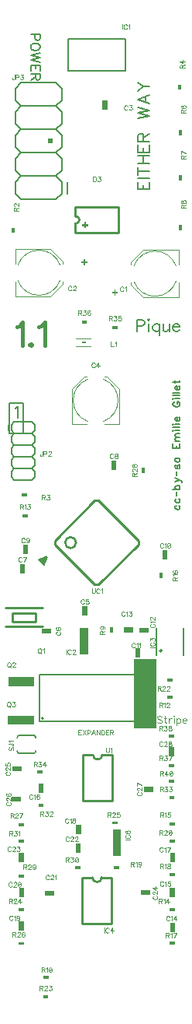
<source format=gto>
G04 DipTrace 3.3.0.0*
G04 uPeaks_exp04.GTO*
%MOIN*%
G04 #@! TF.FileFunction,Legend,Top*
G04 #@! TF.Part,Single*
%ADD10C,0.009843*%
%ADD12C,0.001*%
%ADD18C,0.008*%
%ADD20C,0.01*%
%ADD21C,0.006*%
%ADD22C,0.004*%
%ADD32C,0.005*%
%ADD38C,0.002756*%
%ADD94C,0.003088*%
%ADD96C,0.00772*%
%ADD97C,0.015439*%
%ADD98C,0.006176*%
%ADD99C,0.004632*%
%FSLAX26Y26*%
G04*
G70*
G90*
G75*
G01*
G04 TopSilk*
%LPD*%
X1143522Y3519458D2*
D22*
Y3454499D1*
X991928D1*
X938777Y3507645D1*
Y3519458D1*
Y3594264D2*
Y3606077D1*
X991928Y3659223D1*
X1143522D1*
Y3594264D1*
X1131705Y3523388D2*
G02X950594Y3523388I-90556J33497D01*
G01*
X1131705Y3590333D2*
G03X950594Y3590333I-90556J-33497D01*
G01*
X439191Y3598292D2*
Y3663251D1*
X590786D1*
X643937Y3610104D1*
Y3598292D1*
Y3523485D2*
Y3511673D1*
X590786Y3458526D1*
X439191D1*
Y3523485D1*
X451009Y3594361D2*
G02X632120Y3594361I90556J-33497D01*
G01*
X451009Y3527416D2*
G03X632120Y3527416I90556J33497D01*
G01*
G36*
X814671Y4298613D2*
X835913D1*
Y4259388D1*
X814671D1*
Y4298613D1*
G37*
X748046Y2911751D2*
D22*
X683087D1*
Y3063345D1*
X736233Y3116496D1*
X748046D1*
X822852D2*
X834665D1*
X887811Y3063345D1*
Y2911751D1*
X822852D1*
X751976Y2923568D2*
G02X751976Y3104679I33497J90556D01*
G01*
X818921Y2923568D2*
G03X818921Y3104679I-33497J90556D01*
G01*
G36*
X728144Y2132563D2*
X749387D1*
Y2093339D1*
X728144D1*
Y2132563D1*
G37*
G36*
X553640Y2015088D2*
X592865D1*
Y2036330D1*
X553640D1*
Y2015088D1*
G37*
G36*
X460116Y2313042D2*
X481358D1*
Y2273818D1*
X460116D1*
Y2313042D1*
G37*
G36*
X853323Y2756546D2*
X874565D1*
Y2717322D1*
X853323D1*
Y2756546D1*
G37*
G36*
X493501Y2355835D2*
X472259D1*
Y2395059D1*
X493501D1*
Y2355835D1*
G37*
G36*
X1074039Y2372693D2*
X1095282D1*
Y2333469D1*
X1074039D1*
Y2372693D1*
G37*
G36*
X956349Y1951406D2*
X977592D1*
Y1912181D1*
X956349D1*
Y1951406D1*
G37*
G36*
X973886Y2018421D2*
X1013110D1*
Y2039664D1*
X973886D1*
Y2018421D1*
G37*
G36*
X906770Y2020241D2*
X945995D1*
Y2041484D1*
X906770D1*
Y2020241D1*
G37*
G36*
X1126966Y737085D2*
X1105723D1*
Y776310D1*
X1126966D1*
Y737085D1*
G37*
G36*
X1105360Y926314D2*
X1126602D1*
Y887089D1*
X1105360D1*
Y926314D1*
G37*
G36*
X560152Y1332549D2*
X538910D1*
Y1371773D1*
X560152D1*
Y1332549D1*
G37*
G36*
X1126966Y1037085D2*
X1105723D1*
Y1076310D1*
X1126966D1*
Y1037085D1*
G37*
G36*
X701122Y1195553D2*
X722365D1*
Y1156328D1*
X701122D1*
Y1195553D1*
G37*
G36*
X455360Y782563D2*
X476602D1*
Y743339D1*
X455360D1*
Y782563D1*
G37*
G36*
X476966Y887085D2*
X455723D1*
Y926310D1*
X476966D1*
Y887085D1*
G37*
G36*
X568066Y891214D2*
X607290D1*
Y912456D1*
X568066D1*
Y891214D1*
G37*
G36*
X720500Y1075179D2*
X699258D1*
Y1114403D1*
X720500D1*
Y1075179D1*
G37*
G36*
X455360Y1076314D2*
X476602D1*
Y1037089D1*
X455360D1*
Y1076314D1*
G37*
G36*
X1020366Y917357D2*
X981142D1*
Y896114D1*
X1020366D1*
Y917357D1*
G37*
X698100Y3732004D2*
D10*
X883147D1*
Y3840284D1*
Y3842246D2*
X698100D1*
Y3802882D1*
Y3732004D2*
Y3771367D1*
G03X698100Y3802882I1844J15758D01*
G01*
X668171Y4562346D2*
D21*
Y4426118D1*
X914155D2*
Y4562346D1*
X668171D2*
X914155D1*
Y4426118D2*
X668171D1*
X1165259Y1921331D2*
D18*
Y2039427D1*
X1047148D2*
Y1921331D1*
X1061050Y1941381D2*
G02X1061050Y1941381I5652J0D01*
G01*
G36*
X858254Y3333024D2*
X880423D1*
Y3320106D1*
X858254D1*
Y3333024D1*
G37*
G36*
X725858Y3356060D2*
X748026D1*
Y3343143D1*
X725858D1*
Y3356060D1*
G37*
G36*
X1122907Y1568104D2*
X1100739D1*
Y1581021D1*
X1122907D1*
Y1568104D1*
G37*
G36*
X1123350Y1375466D2*
X1101181D1*
Y1388383D1*
X1123350D1*
Y1375466D1*
G37*
X1042904Y1838618D2*
D32*
Y1638618D1*
X542904D1*
Y1838618D1*
X1042904D1*
X552354Y1651998D2*
G02X552354Y1651998I3925J0D01*
G01*
X435124Y2922224D2*
D21*
X422625Y2909724D1*
Y2884724D2*
X435124Y2872224D1*
X422625Y2859724D1*
Y2834724D2*
X435124Y2822224D1*
X422625Y2809724D1*
Y2784724D2*
X435124Y2772224D1*
X422625Y2759724D1*
Y2734724D2*
X435124Y2722224D1*
Y2922224D2*
X510128D1*
X522627Y2909724D1*
Y2884724D1*
X510128Y2872224D1*
X522627Y2859724D1*
Y2834724D1*
X510128Y2822224D1*
X522627Y2809724D1*
Y2784724D1*
X510128Y2772224D1*
X522627Y2759724D1*
Y2734724D1*
X510128Y2722224D1*
Y2872224D2*
X435124D1*
X510128Y2822224D2*
X435124D1*
X510128Y2772224D2*
X435124D1*
X510128Y2722224D2*
X435124D1*
X422625Y2759724D2*
Y2734724D1*
Y2809724D2*
Y2784724D1*
Y2859724D2*
Y2834724D1*
Y2909724D2*
Y2884724D1*
X435124Y2722224D2*
X422625Y2709724D1*
Y2684724D2*
X435124Y2672224D1*
X510128Y2722224D2*
X522627Y2709724D1*
Y2684724D1*
X510128Y2672224D1*
X435124D1*
X422625Y2709724D2*
Y2684724D1*
X410127Y2909724D2*
D18*
Y2884724D1*
X614853Y3875650D2*
D21*
X639850Y3900650D1*
Y3950650D2*
X614853Y3975650D1*
X639850Y4000650D1*
Y4050650D2*
X614853Y4075650D1*
X639850Y4100650D1*
Y4150650D2*
X614853Y4175650D1*
X639850Y4200650D1*
Y4250650D2*
X614853Y4275650D1*
Y3875650D2*
X464845D1*
X439848Y3900650D1*
Y3950650D1*
X464845Y3975650D1*
X439848Y4000650D1*
Y4050650D1*
X464845Y4075650D1*
X439848Y4100650D1*
Y4150650D1*
X464845Y4175650D1*
X439848Y4200650D1*
Y4250650D1*
X464845Y4275650D1*
Y3975650D2*
X614853D1*
X464845Y4075650D2*
X614853D1*
X464845Y4175650D2*
X614853D1*
X464845Y4275650D2*
X614853D1*
X639850Y4200650D2*
Y4250650D1*
Y4100650D2*
Y4150650D1*
Y4000650D2*
Y4050650D1*
Y3900650D2*
Y3950650D1*
X614853Y4275650D2*
X639850Y4300650D1*
Y4350650D2*
X614853Y4375650D1*
X464845Y4275650D2*
X439848Y4300650D1*
Y4350650D1*
X464845Y4375650D1*
X614853D1*
X639850Y4300650D2*
Y4350650D1*
X664848Y3900650D2*
D18*
Y3950650D1*
G36*
X599845Y4135650D2*
X579843D1*
Y4115650D1*
X599845D1*
Y4135650D1*
G37*
X762224Y3246823D2*
D38*
X699238D1*
Y3278319D2*
X762224D1*
G36*
X742538Y3266508D2*
X726796D1*
Y3258634D1*
X742538D1*
Y3266508D1*
G37*
X555870Y2045695D2*
D10*
X398390D1*
X555870Y2124431D2*
X398390D1*
X527130Y2103810D2*
X427130D1*
Y2066317D1*
X527130D1*
Y2103810D2*
Y2066317D1*
G36*
X438075Y3753848D2*
X425158D1*
Y3731680D1*
X438075D1*
Y3753848D1*
G37*
G36*
X467847Y2614761D2*
X490016D1*
Y2601844D1*
X467847D1*
Y2614761D1*
G37*
G36*
X1153713Y4366422D2*
X1140795D1*
Y4344253D1*
X1153713D1*
Y4366422D1*
G37*
G36*
X1158350Y4172739D2*
X1145433D1*
Y4150571D1*
X1158350D1*
Y4172739D1*
G37*
G36*
Y3978129D2*
X1145433D1*
Y3955961D1*
X1158350D1*
Y3978129D1*
G37*
G36*
Y3765629D2*
X1145433D1*
Y3743461D1*
X1158350D1*
Y3765629D1*
G37*
G36*
X860177Y2040961D2*
X847260D1*
Y2018793D1*
X860177D1*
Y2040961D1*
G37*
G36*
X582422Y535119D2*
X560253D1*
Y548037D1*
X582422D1*
Y535119D1*
G37*
G36*
X1116573Y1736930D2*
X1094404D1*
Y1749848D1*
X1116573D1*
Y1736930D1*
G37*
G36*
X470568Y2525328D2*
X492736D1*
Y2512411D1*
X470568D1*
Y2525328D1*
G37*
G36*
X1105018Y837735D2*
X1127186D1*
Y824818D1*
X1105018D1*
Y837735D1*
G37*
G36*
X1104393Y1206887D2*
X1126562D1*
Y1193970D1*
X1104393D1*
Y1206887D1*
G37*
G36*
X1060127Y2254019D2*
X1073045D1*
Y2276188D1*
X1060127D1*
Y2254019D1*
G37*
G36*
X1127308Y681915D2*
X1105139D1*
Y694832D1*
X1127308D1*
Y681915D1*
G37*
G36*
X1105018Y987735D2*
X1127186D1*
Y974818D1*
X1105018D1*
Y987735D1*
G37*
G36*
X886232Y1005257D2*
X864063D1*
Y1018175D1*
X886232D1*
Y1005257D1*
G37*
G36*
X1105018Y1131484D2*
X1127186D1*
Y1118567D1*
X1105018D1*
Y1131484D1*
G37*
G36*
X1094022Y1823083D2*
X1116190D1*
Y1810165D1*
X1094022D1*
Y1823083D1*
G37*
G36*
X582006Y451996D2*
X559837D1*
Y464913D1*
X582006D1*
Y451996D1*
G37*
G36*
X477308Y825664D2*
X455139D1*
Y838581D1*
X477308D1*
Y825664D1*
G37*
G36*
X856669Y1210907D2*
X878837D1*
Y1197990D1*
X856669D1*
Y1210907D1*
G37*
G36*
X455018Y693986D2*
X477186D1*
Y681068D1*
X455018D1*
Y693986D1*
G37*
G36*
X476658Y1190106D2*
X454490D1*
Y1203024D1*
X476658D1*
Y1190106D1*
G37*
G36*
X985127Y2704019D2*
X998045D1*
Y2726188D1*
X985127D1*
Y2704019D1*
G37*
G36*
X477308Y969413D2*
X455139D1*
Y982331D1*
X477308D1*
Y969413D1*
G37*
G36*
X697356Y1017584D2*
X719525D1*
Y1004667D1*
X697356D1*
Y1017584D1*
G37*
G36*
X477308Y1119413D2*
X455139D1*
Y1132331D1*
X477308D1*
Y1119413D1*
G37*
X456113Y1579657D2*
D18*
X519103D1*
X456113Y1500922D2*
G02X448240Y1512731I1960J9836D01*
G01*
X526976D2*
G02X519103Y1500922I-9827J-1977D01*
G01*
X526976Y1567848D2*
G03X519103Y1579657I-9840J1969D01*
G01*
X456113D2*
G03X448240Y1567848I1947J-9828D01*
G01*
X519103Y1500922D2*
X456113D1*
X781502Y2584894D2*
D20*
X796789D1*
X969411Y2412272D1*
Y2396985D1*
X796789Y2224363D1*
X781502D1*
X608880Y2396985D1*
Y2412272D1*
X781502Y2584894D1*
X654148Y2404629D2*
G02X654148Y2404629I23632J0D01*
G01*
X731072Y1495377D2*
D10*
Y1298526D1*
X857041Y1495377D2*
Y1298526D1*
X731072D2*
X857041D1*
X731072Y1495377D2*
X774368D1*
X813745D2*
X857041D1*
X774368D2*
G03X813745Y1495377I19688J3D01*
G01*
G36*
X539190Y1284816D2*
X561358D1*
Y1271899D1*
X539190D1*
Y1284816D1*
G37*
G36*
X1103241Y1319774D2*
X1125409D1*
Y1306857D1*
X1103241D1*
Y1319774D1*
G37*
G36*
X534614Y1427696D2*
X556782D1*
Y1414778D1*
X534614D1*
Y1427696D1*
G37*
G36*
X1101788Y1454345D2*
X1123957D1*
Y1441428D1*
X1101788D1*
Y1454345D1*
G37*
X728567Y970228D2*
D10*
Y773376D1*
X854535Y970228D2*
Y773376D1*
X728567D2*
X854535D1*
X728567Y970228D2*
X771863D1*
X811239D2*
X854535D1*
X771863D2*
G03X811239Y970228I19688J3D01*
G01*
G36*
X427268Y1424461D2*
X466492D1*
Y1445703D1*
X427268D1*
Y1424461D1*
G37*
G36*
X464612Y1317360D2*
X425387D1*
Y1296117D1*
X464612D1*
Y1317360D1*
G37*
G36*
X1032688Y1358791D2*
X993463D1*
Y1337549D1*
X1032688D1*
Y1358791D1*
G37*
G36*
X1122521Y1489789D2*
X1101279D1*
Y1529013D1*
X1122521D1*
Y1489789D1*
G37*
X478663Y1792747D2*
D21*
X453663Y1805247D1*
G36*
X408987Y1827857D2*
X521487D1*
Y1790357D1*
X408987D1*
Y1827857D1*
G37*
G36*
X406528Y1664064D2*
X519028D1*
Y1626564D1*
X406528D1*
Y1664064D1*
G37*
G36*
X717949Y2037946D2*
X755449D1*
Y1925446D1*
X717949D1*
Y2037946D1*
G37*
G36*
X859811Y1174850D2*
X894294D1*
Y1062501D1*
X859811D1*
Y1174850D1*
G37*
X412280Y3001906D2*
D21*
X473501D1*
Y2873966D1*
X412280D1*
Y3001906D1*
G36*
X951454Y1904396D2*
X1045563D1*
Y1608253D1*
X951454D1*
Y1904396D1*
G37*
G36*
X536789Y2332403D2*
X563373Y2304047D1*
X578879Y2342151D1*
X573563Y2347911D1*
D1*
X536789Y2332403D1*
G37*
X734413Y3620488D2*
D12*
X737413D1*
X734413Y3619488D2*
X737413D1*
X734413Y3618488D2*
X737413D1*
X734413Y3617488D2*
X737413D1*
X734413Y3616488D2*
X737413D1*
X734413Y3615488D2*
X737413D1*
X734413Y3614488D2*
X737413D1*
X734413Y3613488D2*
X737413D1*
X734413Y3612488D2*
X737413D1*
X734413Y3611488D2*
X737413D1*
X724413Y3610488D2*
X747413D1*
X724413Y3609488D2*
X747413D1*
X724413Y3608488D2*
X747413D1*
X724413Y3607488D2*
X747413D1*
X724413Y3606488D2*
X747413D1*
X734413Y3605488D2*
X737413D1*
X734413Y3604488D2*
X737413D1*
X734413Y3603488D2*
X737413D1*
X734413Y3602488D2*
X737413D1*
X734413Y3601488D2*
X737413D1*
X734413Y3600488D2*
X737413D1*
X734413Y3599488D2*
X737413D1*
X734413Y3598488D2*
X737413D1*
X734413Y3597488D2*
X737413D1*
X865647Y3489255D2*
X868647D1*
X865647Y3488255D2*
X868647D1*
X865647Y3487255D2*
X868647D1*
X865647Y3486255D2*
X868647D1*
X865647Y3485255D2*
X868647D1*
X865647Y3484255D2*
X868647D1*
X865647Y3483255D2*
X868647D1*
X865647Y3482255D2*
X868647D1*
X865647Y3481255D2*
X868647D1*
X865647Y3480255D2*
X868647D1*
X855647Y3479255D2*
X878647D1*
X855647Y3478255D2*
X878647D1*
X855647Y3477255D2*
X878647D1*
X855647Y3476255D2*
X878647D1*
X855647Y3475255D2*
X878647D1*
X865647Y3474255D2*
X868647D1*
X865647Y3473255D2*
X868647D1*
X865647Y3472255D2*
X868647D1*
X865647Y3471255D2*
X868647D1*
X865647Y3470255D2*
X868647D1*
X865647Y3469255D2*
X868647D1*
X865647Y3468255D2*
X868647D1*
X865647Y3467255D2*
X868647D1*
X865647Y3466255D2*
X868647D1*
X736140Y3778488D2*
X739140D1*
X736140Y3777488D2*
X739140D1*
X736140Y3776488D2*
X739140D1*
X736140Y3775488D2*
X739140D1*
X736140Y3774488D2*
X739140D1*
X736140Y3773488D2*
X739140D1*
X736140Y3772488D2*
X739140D1*
X736140Y3771488D2*
X739140D1*
X736140Y3770488D2*
X739140D1*
X736140Y3769488D2*
X739140D1*
X726140Y3768488D2*
X749140D1*
X726140Y3767488D2*
X749140D1*
X726140Y3766488D2*
X749140D1*
X726140Y3765488D2*
X749140D1*
X726140Y3764488D2*
X749140D1*
X736140Y3763488D2*
X739140D1*
X736140Y3762488D2*
X739140D1*
X736140Y3761488D2*
X739140D1*
X736140Y3760488D2*
X739140D1*
X736140Y3759488D2*
X739140D1*
X736140Y3758488D2*
X739140D1*
X736140Y3757488D2*
X739140D1*
X736140Y3756488D2*
X739140D1*
X736140Y3755488D2*
X739140D1*
X734413Y3620488D2*
Y3619488D1*
Y3618488D1*
Y3617488D1*
Y3616488D1*
Y3615488D1*
Y3614488D1*
Y3613488D1*
Y3612488D1*
Y3611488D1*
Y3610488D1*
X724413D1*
Y3609488D1*
Y3608488D1*
Y3607488D1*
Y3606488D1*
Y3605488D1*
X734413D1*
Y3604488D1*
Y3603488D1*
Y3602488D1*
Y3601488D1*
Y3600488D1*
Y3599488D1*
Y3598488D1*
Y3597488D1*
X737413Y3620488D2*
Y3619488D1*
Y3618488D1*
Y3617488D1*
Y3616488D1*
Y3615488D1*
Y3614488D1*
Y3613488D1*
Y3612488D1*
Y3611488D1*
Y3610488D1*
X747413D1*
Y3609488D1*
Y3608488D1*
Y3607488D1*
Y3606488D1*
Y3605488D1*
X737413D1*
Y3604488D1*
Y3603488D1*
Y3602488D1*
Y3601488D1*
Y3600488D1*
Y3599488D1*
Y3598488D1*
Y3597488D1*
X865647Y3489255D2*
Y3488255D1*
Y3487255D1*
Y3486255D1*
Y3485255D1*
Y3484255D1*
Y3483255D1*
Y3482255D1*
Y3481255D1*
Y3480255D1*
Y3479255D1*
X855647D1*
Y3478255D1*
Y3477255D1*
Y3476255D1*
Y3475255D1*
Y3474255D1*
X865647D1*
Y3473255D1*
Y3472255D1*
Y3471255D1*
Y3470255D1*
Y3469255D1*
Y3468255D1*
Y3467255D1*
Y3466255D1*
X868647Y3489255D2*
Y3488255D1*
Y3487255D1*
Y3486255D1*
Y3485255D1*
Y3484255D1*
Y3483255D1*
Y3482255D1*
Y3481255D1*
Y3480255D1*
Y3479255D1*
X878647D1*
Y3478255D1*
Y3477255D1*
Y3476255D1*
Y3475255D1*
Y3474255D1*
X868647D1*
Y3473255D1*
Y3472255D1*
Y3471255D1*
Y3470255D1*
Y3469255D1*
Y3468255D1*
Y3467255D1*
Y3466255D1*
X736140Y3778488D2*
Y3777488D1*
Y3776488D1*
Y3775488D1*
Y3774488D1*
Y3773488D1*
Y3772488D1*
Y3771488D1*
Y3770488D1*
Y3769488D1*
Y3768488D1*
X726140D1*
Y3767488D1*
Y3766488D1*
Y3765488D1*
Y3764488D1*
Y3763488D1*
X736140D1*
Y3762488D1*
Y3761488D1*
Y3760488D1*
Y3759488D1*
Y3758488D1*
Y3757488D1*
Y3756488D1*
Y3755488D1*
X739140Y3778488D2*
Y3777488D1*
Y3776488D1*
Y3775488D1*
Y3774488D1*
Y3773488D1*
Y3772488D1*
Y3771488D1*
Y3770488D1*
Y3769488D1*
Y3768488D1*
X749140D1*
Y3767488D1*
Y3766488D1*
Y3765488D1*
Y3764488D1*
Y3763488D1*
X739140D1*
Y3762488D1*
Y3761488D1*
Y3760488D1*
Y3759488D1*
Y3758488D1*
Y3757488D1*
Y3756488D1*
Y3755488D1*
X905266Y3496505D2*
D94*
X904316Y3498406D1*
X902392Y3500329D1*
X900491Y3501280D1*
X896666D1*
X894743Y3500329D1*
X892842Y3498406D1*
X891869Y3496505D1*
X890918Y3493631D1*
Y3488833D1*
X891869Y3485981D1*
X892842Y3484058D1*
X894743Y3482157D1*
X896666Y3481184D1*
X900491D1*
X902392Y3482157D1*
X904316Y3484058D1*
X905266Y3485981D1*
X911442Y3497433D2*
X913365Y3498406D1*
X916239Y3501258D1*
Y3481184D1*
X681659Y3499961D2*
X680709Y3501863D1*
X678785Y3503786D1*
X676884Y3504737D1*
X673059D1*
X671136Y3503786D1*
X669235Y3501863D1*
X668262Y3499961D1*
X667311Y3497087D1*
Y3492290D1*
X668262Y3489438D1*
X669235Y3487515D1*
X671136Y3485614D1*
X673059Y3484641D1*
X676884D1*
X678785Y3485614D1*
X680709Y3487515D1*
X681659Y3489438D1*
X688808Y3499939D2*
Y3500890D1*
X689758Y3502813D1*
X690709Y3503764D1*
X692632Y3504715D1*
X696457D1*
X698358Y3503764D1*
X699309Y3502813D1*
X700282Y3500890D1*
Y3498989D1*
X699309Y3497065D1*
X697408Y3494213D1*
X687835Y3484641D1*
X701232D1*
X922861Y4273198D2*
X921911Y4275099D1*
X919987Y4277022D1*
X918086Y4277973D1*
X914261D1*
X912338Y4277022D1*
X910437Y4275099D1*
X909464Y4273198D1*
X908513Y4270324D1*
Y4265526D1*
X909464Y4262674D1*
X910437Y4260751D1*
X912338Y4258850D1*
X914261Y4257877D1*
X918086D1*
X919987Y4258850D1*
X921911Y4260751D1*
X922861Y4262674D1*
X930960Y4277951D2*
X941462D1*
X935736Y4270302D1*
X938610D1*
X940511Y4269351D1*
X941462Y4268400D1*
X942434Y4265526D1*
Y4263625D1*
X941462Y4260751D1*
X939560Y4258828D1*
X936686Y4257877D1*
X933812D1*
X930960Y4258828D1*
X930010Y4259800D1*
X929037Y4261702D1*
X782361Y3170527D2*
X781410Y3172428D1*
X779487Y3174352D1*
X777586Y3175302D1*
X773761D1*
X771838Y3174352D1*
X769936Y3172428D1*
X768964Y3170527D1*
X768013Y3167653D1*
Y3162856D1*
X768964Y3160004D1*
X769936Y3158080D1*
X771838Y3156179D1*
X773761Y3155206D1*
X777586D1*
X779487Y3156179D1*
X781410Y3158080D1*
X782361Y3160004D1*
X798109Y3155206D2*
Y3175280D1*
X788537Y3161905D1*
X802885D1*
X736335Y2157148D2*
X735384Y2159049D1*
X733461Y2160972D1*
X731560Y2161923D1*
X727735D1*
X725812Y2160972D1*
X723910Y2159049D1*
X722938Y2157148D1*
X721987Y2154274D1*
Y2149476D1*
X722938Y2146625D1*
X723910Y2144701D1*
X725812Y2142800D1*
X727735Y2141827D1*
X731560D1*
X733461Y2142800D1*
X735384Y2144701D1*
X736335Y2146625D1*
X753985Y2161901D2*
X744434D1*
X743483Y2153301D1*
X744434Y2154252D1*
X747308Y2155224D1*
X750160D1*
X753034Y2154252D1*
X754957Y2152350D1*
X755908Y2149476D1*
Y2147575D1*
X754957Y2144701D1*
X753034Y2142778D1*
X750160Y2141827D1*
X747308D1*
X744434Y2142778D1*
X743483Y2143750D1*
X742511Y2145652D1*
X619637Y2023765D2*
X617736Y2022814D1*
X615812Y2020891D1*
X614862Y2018990D1*
Y2015165D1*
X615812Y2013242D1*
X617736Y2011340D1*
X619637Y2010368D1*
X622511Y2009417D1*
X627308D1*
X630160Y2010368D1*
X632084Y2011340D1*
X633985Y2013242D1*
X634958Y2015165D1*
Y2018990D1*
X633985Y2020891D1*
X632084Y2022814D1*
X630160Y2023765D1*
X617736Y2041415D2*
X615835Y2040464D1*
X614884Y2037590D1*
Y2035689D1*
X615835Y2032815D1*
X618709Y2030891D1*
X623484Y2029941D1*
X628259D1*
X632084Y2030891D1*
X634007Y2032815D1*
X634958Y2035689D1*
Y2036639D1*
X634007Y2039491D1*
X632084Y2041415D1*
X629210Y2042365D1*
X628259D1*
X625385Y2041415D1*
X623484Y2039491D1*
X622533Y2036639D1*
Y2035689D1*
X623484Y2032815D1*
X625385Y2030891D1*
X628259Y2029941D1*
X468306Y2337627D2*
X467355Y2339528D1*
X465432Y2341451D1*
X463531Y2342402D1*
X459706D1*
X457783Y2341451D1*
X455882Y2339528D1*
X454909Y2337627D1*
X453958Y2334753D1*
Y2329955D1*
X454909Y2327104D1*
X455882Y2325180D1*
X457783Y2323279D1*
X459706Y2322306D1*
X463531D1*
X465432Y2323279D1*
X467355Y2325180D1*
X468306Y2327104D1*
X478306Y2322306D2*
X487879Y2342380D1*
X474482D1*
X861525Y2781131D2*
X860574Y2783032D1*
X858651Y2784955D1*
X856749Y2785906D1*
X852925D1*
X851001Y2784955D1*
X849100Y2783032D1*
X848127Y2781131D1*
X847177Y2778257D1*
Y2773459D1*
X848127Y2770607D1*
X849100Y2768684D1*
X851001Y2766783D1*
X852925Y2765810D1*
X856749D1*
X858651Y2766783D1*
X860574Y2768684D1*
X861525Y2770607D1*
X872476Y2785884D2*
X869624Y2784933D1*
X868651Y2783032D1*
Y2781109D1*
X869624Y2779207D1*
X871525Y2778235D1*
X875350Y2777284D1*
X878224Y2776333D1*
X880125Y2774410D1*
X881075Y2772509D1*
Y2769635D1*
X880125Y2767733D1*
X879174Y2766761D1*
X876300Y2765810D1*
X872476D1*
X869624Y2766761D1*
X868651Y2767733D1*
X867700Y2769635D1*
Y2772509D1*
X868651Y2774410D1*
X870574Y2776333D1*
X873426Y2777284D1*
X877251Y2778235D1*
X879174Y2779207D1*
X880125Y2781109D1*
Y2783032D1*
X879174Y2784933D1*
X876300Y2785884D1*
X872476D1*
X480561Y2419648D2*
X479610Y2421549D1*
X477687Y2423472D1*
X475786Y2424423D1*
X471961D1*
X470038Y2423472D1*
X468136Y2421549D1*
X467164Y2419648D1*
X466213Y2416774D1*
Y2411976D1*
X467164Y2409125D1*
X468136Y2407201D1*
X470038Y2405300D1*
X471961Y2404327D1*
X475786D1*
X477687Y2405300D1*
X479610Y2407201D1*
X480561Y2409125D1*
X499183Y2417724D2*
X498211Y2414850D1*
X496309Y2412927D1*
X493435Y2411976D1*
X492485D1*
X489611Y2412927D1*
X487709Y2414850D1*
X486737Y2417724D1*
Y2418675D1*
X487709Y2421549D1*
X489611Y2423450D1*
X492485Y2424401D1*
X493435D1*
X496309Y2423450D1*
X498211Y2421549D1*
X499183Y2417724D1*
Y2412927D1*
X498211Y2408152D1*
X496309Y2405278D1*
X493435Y2404327D1*
X491534D1*
X488660Y2405278D1*
X487709Y2407201D1*
X1076743Y2397278D2*
X1075793Y2399179D1*
X1073869Y2401102D1*
X1071968Y2402053D1*
X1068144D1*
X1066220Y2401102D1*
X1064319Y2399179D1*
X1063346Y2397278D1*
X1062396Y2394404D1*
Y2389606D1*
X1063346Y2386754D1*
X1064319Y2384831D1*
X1066220Y2382930D1*
X1068144Y2381957D1*
X1071968D1*
X1073869Y2382930D1*
X1075793Y2384831D1*
X1076743Y2386754D1*
X1082919Y2398206D2*
X1084843Y2399179D1*
X1087717Y2402031D1*
Y2381957D1*
X1099640Y2402031D2*
X1096766Y2401080D1*
X1094843Y2398206D1*
X1093892Y2393431D1*
Y2390557D1*
X1094843Y2385782D1*
X1096766Y2382908D1*
X1099640Y2381957D1*
X1101542D1*
X1104416Y2382908D1*
X1106317Y2385782D1*
X1107290Y2390557D1*
Y2393431D1*
X1106317Y2398206D1*
X1104416Y2401080D1*
X1101542Y2402031D1*
X1099640D1*
X1106317Y2398206D2*
X1094843Y2385782D1*
X955068Y1969654D2*
X954118Y1971556D1*
X952194Y1973479D1*
X950293Y1974430D1*
X946468D1*
X944545Y1973479D1*
X942644Y1971556D1*
X941671Y1969654D1*
X940720Y1966780D1*
Y1961983D1*
X941671Y1959131D1*
X942644Y1957208D1*
X944545Y1955306D1*
X946468Y1954334D1*
X950293D1*
X952194Y1955306D1*
X954118Y1957208D1*
X955068Y1959131D1*
X961244Y1970583D2*
X963167Y1971556D1*
X966041Y1974408D1*
Y1954334D1*
X972217Y1970583D2*
X974141Y1971556D1*
X977015Y1974408D1*
Y1954334D1*
X1024745Y2055692D2*
X1022843Y2054742D1*
X1020920Y2052818D1*
X1019969Y2050917D1*
Y2047092D1*
X1020920Y2045169D1*
X1022843Y2043268D1*
X1024745Y2042295D1*
X1027619Y2041344D1*
X1032416D1*
X1035268Y2042295D1*
X1037191Y2043268D1*
X1039093Y2045169D1*
X1040065Y2047092D1*
Y2050917D1*
X1039093Y2052818D1*
X1037191Y2054742D1*
X1035268Y2055692D1*
X1023816Y2061868D2*
X1022843Y2063791D1*
X1019992Y2066665D1*
X1040065D1*
X1024767Y2073814D2*
X1023816D1*
X1021893Y2074765D1*
X1020942Y2075715D1*
X1019992Y2077639D1*
X1019991Y2081463D1*
X1020942Y2083364D1*
X1021893Y2084315D1*
X1023816Y2085288D1*
X1025717D1*
X1027641Y2084315D1*
X1030493Y2082414D1*
X1040065Y2072841D1*
Y2086238D1*
X911100Y2105559D2*
X910150Y2107460D1*
X908226Y2109383D1*
X906325Y2110334D1*
X902500D1*
X900577Y2109383D1*
X898676Y2107460D1*
X897703Y2105559D1*
X896752Y2102685D1*
Y2097887D1*
X897703Y2095035D1*
X898676Y2093112D1*
X900577Y2091211D1*
X902500Y2090238D1*
X906325D1*
X908226Y2091211D1*
X910150Y2093112D1*
X911100Y2095035D1*
X917276Y2106487D2*
X919200Y2107460D1*
X922074Y2110312D1*
Y2090238D1*
X930173Y2110312D2*
X940674D1*
X934948Y2102662D1*
X937822D1*
X939723Y2101712D1*
X940674Y2100761D1*
X941647Y2097887D1*
Y2095986D1*
X940674Y2093112D1*
X938773Y2091189D1*
X935899Y2090238D1*
X933025D1*
X930173Y2091189D1*
X929222Y2092161D1*
X928249Y2094063D1*
X1103776Y800385D2*
X1102825Y802287D1*
X1100902Y804210D1*
X1099001Y805161D1*
X1095176D1*
X1093253Y804210D1*
X1091351Y802287D1*
X1090379Y800385D1*
X1089428Y797511D1*
Y792714D1*
X1090379Y789862D1*
X1091351Y787939D1*
X1093253Y786037D1*
X1095176Y785065D1*
X1099001D1*
X1100902Y786037D1*
X1102825Y787939D1*
X1103776Y789862D1*
X1109952Y801314D2*
X1111875Y802287D1*
X1114749Y805139D1*
Y785065D1*
X1130498D2*
Y805139D1*
X1120925Y791763D1*
X1135273D1*
X1077590Y949284D2*
X1076639Y951186D1*
X1074716Y953109D1*
X1072815Y954060D1*
X1068990D1*
X1067067Y953109D1*
X1065165Y951186D1*
X1064193Y949284D1*
X1063242Y946410D1*
Y941613D1*
X1064193Y938761D1*
X1065165Y936838D1*
X1067067Y934936D1*
X1068990Y933964D1*
X1072815D1*
X1074716Y934936D1*
X1076639Y936838D1*
X1077590Y938761D1*
X1083766Y950213D2*
X1085689Y951186D1*
X1088563Y954037D1*
Y933964D1*
X1106213Y954037D2*
X1096662D1*
X1095711Y945438D1*
X1096662Y946388D1*
X1099536Y947361D1*
X1102388D1*
X1105262Y946388D1*
X1107185Y944487D1*
X1108136Y941613D1*
Y939712D1*
X1107185Y936838D1*
X1105262Y934914D1*
X1102388Y933964D1*
X1099536D1*
X1096662Y934914D1*
X1095711Y935887D1*
X1094739Y937788D1*
X514429Y1321514D2*
X513479Y1323415D1*
X511555Y1325339D1*
X509654Y1326289D1*
X505829D1*
X503906Y1325339D1*
X502005Y1323415D1*
X501032Y1321514D1*
X500081Y1318640D1*
Y1313843D1*
X501032Y1310991D1*
X502005Y1309067D1*
X503906Y1307166D1*
X505829Y1306193D1*
X509654D1*
X511555Y1307166D1*
X513479Y1309067D1*
X514429Y1310991D1*
X520605Y1322443D2*
X522528Y1323415D1*
X525402Y1326267D1*
Y1306193D1*
X543052Y1323415D2*
X542101Y1325317D1*
X539227Y1326267D1*
X537326D1*
X534452Y1325317D1*
X532529Y1322443D1*
X531578Y1317667D1*
Y1312892D1*
X532529Y1309067D1*
X534452Y1307144D1*
X537326Y1306193D1*
X538277D1*
X541129Y1307144D1*
X543052Y1309067D1*
X544003Y1311941D1*
Y1312892D1*
X543052Y1315766D1*
X541129Y1317667D1*
X538277Y1318618D1*
X537326D1*
X534452Y1317667D1*
X532529Y1315766D1*
X531578Y1312892D1*
X1075232Y1095502D2*
X1074281Y1097403D1*
X1072358Y1099327D1*
X1070456Y1100277D1*
X1066632D1*
X1064708Y1099327D1*
X1062807Y1097403D1*
X1061834Y1095502D1*
X1060884Y1092628D1*
Y1087831D1*
X1061834Y1084979D1*
X1062807Y1083055D1*
X1064708Y1081154D1*
X1066632Y1080181D1*
X1070456D1*
X1072358Y1081154D1*
X1074281Y1083055D1*
X1075232Y1084979D1*
X1081407Y1096431D2*
X1083331Y1097403D1*
X1086205Y1100255D1*
Y1080181D1*
X1096205D2*
X1105778Y1100255D1*
X1092380D1*
X667926Y1218872D2*
X666976Y1220774D1*
X665052Y1222697D1*
X663151Y1223648D1*
X659327D1*
X657403Y1222697D1*
X655502Y1220774D1*
X654529Y1218872D1*
X653578Y1215998D1*
Y1211201D1*
X654529Y1208349D1*
X655502Y1206426D1*
X657403Y1204524D1*
X659327Y1203552D1*
X663151D1*
X665052Y1204524D1*
X666976Y1206426D1*
X667926Y1208349D1*
X674102Y1219801D2*
X676026Y1220774D1*
X678900Y1223625D1*
Y1203552D1*
X689851Y1223625D2*
X686999Y1222675D1*
X686026Y1220774D1*
Y1218850D1*
X686999Y1216949D1*
X688900Y1215976D1*
X692725Y1215025D1*
X695599Y1214075D1*
X697500Y1212151D1*
X698450Y1210250D1*
Y1207376D1*
X697500Y1205475D1*
X696549Y1204502D1*
X693675Y1203552D1*
X689851D1*
X686999Y1204502D1*
X686026Y1205475D1*
X685075Y1207376D1*
Y1210250D1*
X686026Y1212151D1*
X687949Y1214075D1*
X690801Y1215025D1*
X694626Y1215976D1*
X696549Y1216949D1*
X697500Y1218850D1*
Y1220774D1*
X696549Y1222675D1*
X693675Y1223625D1*
X689851D1*
X428582Y802244D2*
X427632Y804145D1*
X425708Y806068D1*
X423807Y807019D1*
X419982D1*
X418059Y806068D1*
X416158Y804145D1*
X415185Y802244D1*
X414234Y799370D1*
Y794572D1*
X415185Y791720D1*
X416158Y789797D1*
X418059Y787896D1*
X419982Y786923D1*
X423807D1*
X425708Y787896D1*
X427632Y789797D1*
X428582Y791720D1*
X434758Y803172D2*
X436681Y804145D1*
X439555Y806997D1*
Y786923D1*
X458178Y800320D2*
X457205Y797446D1*
X455304Y795523D1*
X452430Y794572D1*
X451479D1*
X448605Y795523D1*
X446704Y797446D1*
X445731Y800320D1*
Y801271D1*
X446704Y804145D1*
X448605Y806046D1*
X451479Y806997D1*
X452430D1*
X455304Y806046D1*
X457205Y804145D1*
X458178Y800320D1*
Y795523D1*
X457205Y790748D1*
X455304Y787874D1*
X452430Y786923D1*
X450528D1*
X447654Y787874D1*
X446704Y789797D1*
X425157Y946192D2*
X424207Y948094D1*
X422283Y950017D1*
X420382Y950968D1*
X416557D1*
X414634Y950017D1*
X412733Y948094D1*
X411760Y946192D1*
X410809Y943318D1*
Y938521D1*
X411760Y935669D1*
X412733Y933746D1*
X414634Y931844D1*
X416557Y930872D1*
X420382D1*
X422283Y931844D1*
X424207Y933746D1*
X425157Y935669D1*
X432306Y946170D2*
Y947121D1*
X433256Y949044D1*
X434207Y949995D1*
X436131Y950946D1*
X439955D1*
X441856Y949995D1*
X442807Y949044D1*
X443780Y947121D1*
Y945220D1*
X442807Y943296D1*
X440906Y940444D1*
X431333Y930872D1*
X444730D1*
X456654Y950946D2*
X453780Y949995D1*
X451857Y947121D1*
X450906Y942346D1*
Y939472D1*
X451857Y934696D1*
X453780Y931822D1*
X456654Y930872D1*
X458555D1*
X461429Y931822D1*
X463331Y934696D1*
X464303Y939472D1*
Y942346D1*
X463331Y947121D1*
X461429Y949995D1*
X458555Y950946D1*
X456654D1*
X463331Y947121D2*
X451857Y934696D1*
X584896Y976531D2*
X583945Y978432D1*
X582022Y980356D1*
X580120Y981306D1*
X576296D1*
X574372Y980356D1*
X572471Y978432D1*
X571498Y976531D1*
X570548Y973657D1*
Y968860D1*
X571498Y966008D1*
X572471Y964084D1*
X574372Y962183D1*
X576296Y961210D1*
X580120D1*
X582022Y962183D1*
X583945Y964084D1*
X584896Y966008D1*
X592044Y976509D2*
Y977460D1*
X592995Y979383D1*
X593945Y980334D1*
X595869Y981284D1*
X599693D1*
X601595Y980334D1*
X602545Y979383D1*
X603518Y977460D1*
Y975558D1*
X602545Y973635D1*
X600644Y970783D1*
X591071Y961210D1*
X604469D1*
X610644Y977460D2*
X612568Y978432D1*
X615442Y981284D1*
Y961210D1*
X670458Y1140510D2*
X669507Y1142411D1*
X667584Y1144335D1*
X665683Y1145285D1*
X661858D1*
X659935Y1144335D1*
X658033Y1142411D1*
X657061Y1140510D1*
X656110Y1137636D1*
Y1132839D1*
X657061Y1129987D1*
X658033Y1128063D1*
X659935Y1126162D1*
X661858Y1125189D1*
X665683D1*
X667584Y1126162D1*
X669507Y1128063D1*
X670458Y1129987D1*
X677606Y1140488D2*
Y1141439D1*
X678557Y1143362D1*
X679508Y1144313D1*
X681431Y1145263D1*
X685256D1*
X687157Y1144313D1*
X688108Y1143362D1*
X689080Y1141439D1*
Y1139537D1*
X688108Y1137614D1*
X686206Y1134762D1*
X676634Y1125189D1*
X690031D1*
X697179Y1140488D2*
Y1141439D1*
X698130Y1143362D1*
X699081Y1144313D1*
X701004Y1145263D1*
X704829D1*
X706730Y1144313D1*
X707681Y1143362D1*
X708653Y1141439D1*
Y1139537D1*
X707681Y1137614D1*
X705779Y1134762D1*
X696207Y1125189D1*
X709604D1*
X420174Y1097834D2*
X419224Y1099735D1*
X417300Y1101659D1*
X415399Y1102609D1*
X411575D1*
X409651Y1101659D1*
X407750Y1099735D1*
X406777Y1097834D1*
X405827Y1094960D1*
Y1090163D1*
X406777Y1087311D1*
X407750Y1085387D1*
X409651Y1083486D1*
X411575Y1082513D1*
X415399D1*
X417300Y1083486D1*
X419224Y1085387D1*
X420174Y1087311D1*
X427323Y1097812D2*
Y1098763D1*
X428274Y1100686D1*
X429224Y1101637D1*
X431148Y1102587D1*
X434972D1*
X436873Y1101637D1*
X437824Y1100686D1*
X438797Y1098763D1*
Y1096861D1*
X437824Y1094938D1*
X435923Y1092086D1*
X426350Y1082513D1*
X439748D1*
X447847Y1102587D2*
X458348D1*
X452622Y1094938D1*
X455496D1*
X457397Y1093987D1*
X458348Y1093037D1*
X459321Y1090163D1*
Y1088261D1*
X458348Y1085387D1*
X456447Y1083464D1*
X453573Y1082513D1*
X450698D1*
X447847Y1083464D1*
X446896Y1084437D1*
X445923Y1086338D1*
X1036573Y891635D2*
X1034671Y890684D1*
X1032748Y888761D1*
X1031797Y886860D1*
Y883035D1*
X1032748Y881112D1*
X1034671Y879210D1*
X1036573Y878238D1*
X1039447Y877287D1*
X1044244D1*
X1047096Y878238D1*
X1049019Y879210D1*
X1050921Y881112D1*
X1051893Y883035D1*
Y886860D1*
X1050921Y888761D1*
X1049019Y890684D1*
X1047096Y891635D1*
X1036595Y898783D2*
X1035644D1*
X1033721Y899734D1*
X1032770Y900685D1*
X1031820Y902608D1*
Y906433D1*
X1032770Y908334D1*
X1033721Y909285D1*
X1035644Y910257D1*
X1037546D1*
X1039469Y909285D1*
X1042321Y907383D1*
X1051893Y897811D1*
Y911208D1*
Y926956D2*
X1031820D1*
X1045195Y917384D1*
Y931732D1*
X774138Y3972123D2*
Y3952027D1*
X780837D1*
X783711Y3952999D1*
X785634Y3954901D1*
X786585Y3956824D1*
X787536Y3959676D1*
Y3964473D1*
X786585Y3967347D1*
X785634Y3969249D1*
X783711Y3971172D1*
X780837Y3972123D1*
X774138D1*
X795635Y3972100D2*
X806136D1*
X800410Y3964451D1*
X803284D1*
X805185Y3963501D1*
X806136Y3962550D1*
X807109Y3959676D1*
Y3957775D1*
X806136Y3954901D1*
X804235Y3952977D1*
X801361Y3952027D1*
X798487D1*
X795635Y3952977D1*
X794684Y3953950D1*
X793711Y3955851D1*
X900414Y4624489D2*
Y4604393D1*
X920938Y4619713D2*
X919987Y4621615D1*
X918064Y4623538D1*
X916163Y4624489D1*
X912338D1*
X910415Y4623538D1*
X908513Y4621615D1*
X907541Y4619713D1*
X906590Y4616839D1*
Y4612042D1*
X907541Y4609190D1*
X908513Y4607267D1*
X910415Y4605365D1*
X912338Y4604393D1*
X916163D1*
X918064Y4605365D1*
X919987Y4607267D1*
X920938Y4609190D1*
X927114Y4620642D2*
X929037Y4621615D1*
X931911Y4624467D1*
Y4604393D1*
X659083Y1947364D2*
Y1927268D1*
X679607Y1942589D2*
X678656Y1944490D1*
X676733Y1946413D1*
X674831Y1947364D1*
X671007D1*
X669083Y1946413D1*
X667182Y1944490D1*
X666209Y1942589D1*
X665259Y1939715D1*
Y1934917D1*
X666209Y1932065D1*
X667182Y1930142D1*
X669083Y1928241D1*
X671007Y1927268D1*
X674831D1*
X676733Y1928241D1*
X678656Y1930142D1*
X679607Y1932065D1*
X686755Y1942567D2*
Y1943517D1*
X687706Y1945441D1*
X688656Y1946391D1*
X690580Y1947342D1*
X694404D1*
X696306Y1946391D1*
X697256Y1945441D1*
X698229Y1943517D1*
Y1941616D1*
X697256Y1939693D1*
X695355Y1936841D1*
X685782Y1927268D1*
X699180D1*
X1019862Y1956439D2*
X1039958D1*
X1024637Y1976962D2*
X1022736Y1976012D1*
X1020812Y1974088D1*
X1019862Y1972187D1*
Y1968362D1*
X1020812Y1966439D1*
X1022736Y1964538D1*
X1024637Y1963565D1*
X1027511Y1962614D1*
X1032308D1*
X1035160Y1963565D1*
X1037084Y1964538D1*
X1038985Y1966439D1*
X1039958Y1968362D1*
Y1972187D1*
X1038985Y1974088D1*
X1037084Y1976012D1*
X1035160Y1976962D1*
X1019884Y1985061D2*
Y1995563D1*
X1027533Y1989837D1*
Y1992711D1*
X1028484Y1994612D1*
X1029434Y1995563D1*
X1032308Y1996535D1*
X1034210D1*
X1037084Y1995563D1*
X1039007Y1993661D1*
X1039958Y1990787D1*
Y1987913D1*
X1039007Y1985061D1*
X1038034Y1984111D1*
X1036133Y1983138D1*
X843127Y3366390D2*
X851727D1*
X854601Y3367363D1*
X855574Y3368313D1*
X856525Y3370214D1*
Y3372138D1*
X855574Y3374039D1*
X854601Y3375012D1*
X851727Y3375962D1*
X843127D1*
Y3355866D1*
X849826Y3366390D2*
X856525Y3355866D1*
X864624Y3375940D2*
X875125D1*
X869399Y3368291D1*
X872273D1*
X874174Y3367340D1*
X875125Y3366390D1*
X876098Y3363516D1*
Y3361615D1*
X875125Y3358741D1*
X873224Y3356817D1*
X870350Y3355866D1*
X867476D1*
X864624Y3356817D1*
X863673Y3357790D1*
X862700Y3359691D1*
X893747Y3375940D2*
X884197D1*
X883246Y3367340D1*
X884197Y3368291D1*
X887071Y3369264D1*
X889923D1*
X892797Y3368291D1*
X894720Y3366390D1*
X895671Y3363516D1*
Y3361615D1*
X894720Y3358741D1*
X892797Y3356817D1*
X889923Y3355866D1*
X887071D1*
X884197Y3356817D1*
X883246Y3357790D1*
X882273Y3359691D1*
X711217Y3389427D2*
X719817D1*
X722691Y3390399D1*
X723664Y3391350D1*
X724615Y3393251D1*
Y3395175D1*
X723664Y3397076D1*
X722691Y3398049D1*
X719817Y3398999D1*
X711217D1*
Y3378903D1*
X717916Y3389427D2*
X724615Y3378903D1*
X732714Y3398977D2*
X743215D1*
X737489Y3391328D1*
X740363D1*
X742264Y3390377D1*
X743215Y3389427D1*
X744188Y3386553D1*
Y3384651D1*
X743215Y3381777D1*
X741314Y3379854D1*
X738440Y3378903D1*
X735566D1*
X732714Y3379854D1*
X731763Y3380827D1*
X730790Y3382728D1*
X761837Y3396125D2*
X760887Y3398026D1*
X758013Y3398977D1*
X756111D1*
X753237Y3398026D1*
X751314Y3395152D1*
X750363Y3390377D1*
Y3385602D1*
X751314Y3381777D1*
X753237Y3379854D1*
X756111Y3378903D1*
X757062D1*
X759914Y3379854D1*
X761837Y3381777D1*
X762788Y3384651D1*
Y3385602D1*
X761837Y3388476D1*
X759914Y3390377D1*
X757062Y3391328D1*
X756111D1*
X753237Y3390377D1*
X751314Y3388476D1*
X750363Y3385602D1*
X1059712Y1609975D2*
X1068312D1*
X1071186Y1610948D1*
X1072159Y1611898D1*
X1073109Y1613800D1*
Y1615723D1*
X1072159Y1617624D1*
X1071186Y1618597D1*
X1068312Y1619548D1*
X1059712D1*
Y1599452D1*
X1066410Y1609975D2*
X1073109Y1599452D1*
X1081208Y1619526D2*
X1091709D1*
X1085984Y1611876D1*
X1088858D1*
X1090759Y1610926D1*
X1091709Y1609975D1*
X1092682Y1607101D1*
Y1605200D1*
X1091709Y1602326D1*
X1089808Y1600402D1*
X1086934Y1599452D1*
X1084060D1*
X1081208Y1600402D1*
X1080258Y1601375D1*
X1079285Y1603276D1*
X1103633Y1619526D2*
X1100781Y1618575D1*
X1099809Y1616674D1*
Y1614750D1*
X1100781Y1612849D1*
X1102683Y1611876D1*
X1106507Y1610926D1*
X1109381Y1609975D1*
X1111282Y1608052D1*
X1112233Y1606150D1*
Y1603276D1*
X1111282Y1601375D1*
X1110332Y1600402D1*
X1107458Y1599452D1*
X1103633D1*
X1100781Y1600402D1*
X1099809Y1601375D1*
X1098858Y1603276D1*
Y1606150D1*
X1099809Y1608052D1*
X1101732Y1609975D1*
X1104584Y1610926D1*
X1108408Y1611876D1*
X1110332Y1612849D1*
X1111282Y1614750D1*
Y1616674D1*
X1110332Y1618575D1*
X1107458Y1619526D1*
X1103633D1*
X1062714Y1415954D2*
X1071314D1*
X1074188Y1416927D1*
X1075160Y1417877D1*
X1076111Y1419779D1*
Y1421702D1*
X1075160Y1423603D1*
X1074188Y1424576D1*
X1071314Y1425527D1*
X1062714D1*
Y1405431D1*
X1069412Y1415954D2*
X1076111Y1405431D1*
X1091859D2*
Y1425505D1*
X1082287Y1412129D1*
X1096635D1*
X1108558Y1425505D2*
X1105684Y1424554D1*
X1103761Y1421680D1*
X1102810Y1416905D1*
Y1414031D1*
X1103761Y1409255D1*
X1105684Y1406381D1*
X1108558Y1405431D1*
X1110460D1*
X1113334Y1406381D1*
X1115235Y1409255D1*
X1116208Y1414031D1*
Y1416905D1*
X1115235Y1421680D1*
X1113334Y1424554D1*
X1110460Y1425505D1*
X1108558D1*
X1115235Y1421680D2*
X1103761Y1409255D1*
X723071Y1601041D2*
X710647D1*
Y1580945D1*
X723071D1*
X710647Y1591469D2*
X718296D1*
X729247Y1601041D2*
X742644Y1580945D1*
Y1601041D2*
X729247Y1580945D1*
X748820Y1590518D2*
X757442D1*
X760294Y1591469D1*
X761267Y1592441D1*
X762217Y1594343D1*
Y1597217D1*
X761267Y1599118D1*
X760294Y1600091D1*
X757442Y1601041D1*
X748820D1*
Y1580945D1*
X783714D2*
X776042Y1601041D1*
X768393Y1580945D1*
X771267Y1587644D2*
X780840D1*
X803287Y1601041D2*
Y1580945D1*
X789889Y1601041D1*
Y1580945D1*
X809462Y1601041D2*
Y1580945D1*
X816161D1*
X819035Y1581918D1*
X820959Y1583819D1*
X821909Y1585743D1*
X822860Y1588595D1*
Y1593392D1*
X821909Y1596266D1*
X820959Y1598167D1*
X819035Y1600091D1*
X816161Y1601041D1*
X809462D1*
X841460D2*
X829036D1*
Y1580945D1*
X841460D1*
X829036Y1591469D2*
X836685D1*
X847636D2*
X856236D1*
X859110Y1592441D1*
X860083Y1593392D1*
X861033Y1595293D1*
Y1597217D1*
X860083Y1599118D1*
X859110Y1600091D1*
X856236Y1601041D1*
X847636D1*
Y1580945D1*
X854334Y1591469D2*
X861033Y1580945D1*
X913148Y1132718D2*
X933244D1*
X917923Y1153241D2*
X916022Y1152291D1*
X914099Y1150367D1*
X913148Y1148466D1*
Y1144641D1*
X914098Y1142718D1*
X916022Y1140817D1*
X917923Y1139844D1*
X920797Y1138893D1*
X925595D1*
X928446Y1139844D1*
X930370Y1140817D1*
X932271Y1142718D1*
X933244Y1144641D1*
Y1148466D1*
X932271Y1150367D1*
X930370Y1152291D1*
X928446Y1153241D1*
X916022Y1170891D2*
X914121Y1169940D1*
X913170Y1167066D1*
Y1165165D1*
X914121Y1162291D1*
X916995Y1160368D1*
X921770Y1159417D1*
X926545D1*
X930370Y1160368D1*
X932293Y1162291D1*
X933244Y1165165D1*
Y1166116D1*
X932293Y1168968D1*
X930370Y1170891D1*
X927496Y1171842D1*
X926545D1*
X923671Y1170891D1*
X921770Y1168968D1*
X920819Y1166116D1*
Y1165165D1*
X921770Y1162291D1*
X923671Y1160368D1*
X926545Y1159417D1*
X555833Y2796401D2*
Y2781102D1*
X554882Y2778228D1*
X553909Y2777278D1*
X552008Y2776305D1*
X550085D1*
X548183Y2777278D1*
X547233Y2778228D1*
X546260Y2781102D1*
Y2783003D1*
X562008Y2785877D2*
X570631D1*
X573482Y2786828D1*
X574455Y2787801D1*
X575406Y2789702D1*
Y2792576D1*
X574455Y2794477D1*
X573482Y2795450D1*
X570631Y2796401D1*
X562008D1*
Y2776305D1*
X582554Y2791603D2*
Y2792554D1*
X583505Y2794477D1*
X584456Y2795428D1*
X586379Y2796379D1*
X590204D1*
X592105Y2795428D1*
X593055Y2794477D1*
X594028Y2792554D1*
Y2790653D1*
X593055Y2788729D1*
X591154Y2785877D1*
X581581Y2776305D1*
X594979D1*
X435681Y4408393D2*
Y4393094D1*
X434730Y4390220D1*
X433757Y4389270D1*
X431856Y4388297D1*
X429932D1*
X428031Y4389270D1*
X427081Y4390220D1*
X426108Y4393094D1*
Y4394996D1*
X441856Y4397870D2*
X450478D1*
X453330Y4398820D1*
X454303Y4399793D1*
X455254Y4401694D1*
Y4404568D1*
X454303Y4406470D1*
X453330Y4407442D1*
X450478Y4408393D1*
X441856D1*
Y4388297D1*
X463353Y4408371D2*
X473854D1*
X468128Y4400722D1*
X471002D1*
X472903Y4399771D1*
X473854Y4398820D1*
X474827Y4395946D1*
Y4394045D1*
X473854Y4391171D1*
X471953Y4389248D1*
X469079Y4388297D1*
X466205D1*
X463353Y4389248D1*
X462402Y4390220D1*
X461429Y4392122D1*
X851765Y3264607D2*
Y3244511D1*
X863239D1*
X869414Y3260760D2*
X871338Y3261733D1*
X874212Y3264585D1*
Y3244511D1*
X542318Y1951302D2*
X540416Y1950374D1*
X538493Y1948450D1*
X537542Y1946527D1*
X536570Y1943653D1*
Y1938878D1*
X537542Y1936004D1*
X538493Y1934103D1*
X540416Y1932179D1*
X542318Y1931228D1*
X546142D1*
X548066Y1932179D1*
X549967Y1934103D1*
X550918Y1936004D1*
X551890Y1938878D1*
Y1943653D1*
X550918Y1946527D1*
X549967Y1948450D1*
X548066Y1950374D1*
X546142Y1951302D1*
X542318D1*
X545192Y1935053D2*
X550918Y1929305D1*
X558066Y1947456D2*
X559989Y1948428D1*
X562863Y1951280D1*
Y1931206D1*
X410617Y1891519D2*
X408716Y1890590D1*
X406793Y1888667D1*
X405842Y1886744D1*
X404869Y1883870D1*
Y1879094D1*
X405842Y1876220D1*
X406793Y1874319D1*
X408716Y1872396D1*
X410617Y1871445D1*
X414442D1*
X416365Y1872396D1*
X418267Y1874319D1*
X419217Y1876220D1*
X420190Y1879094D1*
Y1883870D1*
X419217Y1886744D1*
X418267Y1888667D1*
X416365Y1890590D1*
X414442Y1891519D1*
X410617D1*
X413491Y1875270D2*
X419217Y1869522D1*
X427339Y1886722D2*
Y1887672D1*
X428289Y1889596D1*
X429240Y1890546D1*
X431163Y1891497D1*
X434988D1*
X436889Y1890546D1*
X437840Y1889596D1*
X438813Y1887672D1*
Y1885771D1*
X437840Y1883848D1*
X435939Y1880996D1*
X426366Y1871423D1*
X439763D1*
X410049Y1722129D2*
X408148Y1721201D1*
X406225Y1719277D1*
X405274Y1717354D1*
X404301Y1714480D1*
Y1709705D1*
X405274Y1706831D1*
X406225Y1704929D1*
X408148Y1703006D1*
X410049Y1702055D1*
X413874D1*
X415797Y1703006D1*
X417699Y1704929D1*
X418649Y1706831D1*
X419622Y1709705D1*
Y1714480D1*
X418649Y1717354D1*
X417699Y1719277D1*
X415797Y1721201D1*
X413874Y1722129D1*
X410049D1*
X412923Y1705880D2*
X418649Y1700132D1*
X427721Y1722107D2*
X438222D1*
X432496Y1714458D1*
X435370D1*
X437272Y1713507D1*
X438222Y1712556D1*
X439195Y1709682D1*
Y1707781D1*
X438222Y1704907D1*
X436321Y1702984D1*
X433447Y1702033D1*
X430573D1*
X427721Y1702984D1*
X426770Y1703957D1*
X425798Y1705858D1*
X442638Y3826218D2*
Y3834818D1*
X441665Y3837692D1*
X440714Y3838665D1*
X438813Y3839616D1*
X436890D1*
X434989Y3838665D1*
X434016Y3837692D1*
X433065Y3834818D1*
Y3826218D1*
X453161D1*
X442638Y3832917D2*
X453161Y3839616D1*
X437863Y3846764D2*
X436912D1*
X434989Y3847715D1*
X434038Y3848665D1*
X433087Y3850589D1*
Y3854413D1*
X434038Y3856315D1*
X434989Y3857265D1*
X436912Y3858238D1*
X438813D1*
X440737Y3857265D1*
X443589Y3855364D1*
X453161Y3845791D1*
Y3859189D1*
X554440Y2598483D2*
X563040D1*
X565914Y2599456D1*
X566887Y2600406D1*
X567837Y2602308D1*
Y2604231D1*
X566887Y2606132D1*
X565914Y2607105D1*
X563040Y2608056D1*
X554440D1*
Y2587960D1*
X561139Y2598483D2*
X567837Y2587960D1*
X575936Y2608034D2*
X586438D1*
X580712Y2600384D1*
X583586D1*
X585487Y2599434D1*
X586438Y2598483D1*
X587410Y2595609D1*
Y2593708D1*
X586438Y2590834D1*
X584536Y2588910D1*
X581662Y2587960D1*
X578788D1*
X575936Y2588910D1*
X574986Y2589883D1*
X574013Y2591784D1*
X1158276Y4438317D2*
Y4446916D1*
X1157303Y4449790D1*
X1156352Y4450763D1*
X1154451Y4451714D1*
X1152528D1*
X1150626Y4450763D1*
X1149654Y4449790D1*
X1148703Y4446916D1*
Y4438317D1*
X1168799D1*
X1158276Y4445015D2*
X1168799Y4451714D1*
Y4467462D2*
X1148725D1*
X1162100Y4457890D1*
Y4472237D1*
X1162913Y4245596D2*
Y4254196D1*
X1161941Y4257070D1*
X1160990Y4258042D1*
X1159089Y4258993D1*
X1157165D1*
X1155264Y4258043D1*
X1154291Y4257070D1*
X1153341Y4254196D1*
Y4245596D1*
X1173437D1*
X1162913Y4252294D2*
X1173437Y4258993D1*
X1156215Y4276643D2*
X1154314Y4275692D1*
X1153363Y4272818D1*
Y4270917D1*
X1154314Y4268043D1*
X1157188Y4266119D1*
X1161963Y4265169D1*
X1166738D1*
X1170563Y4266119D1*
X1172486Y4268043D1*
X1173437Y4270917D1*
Y4271867D1*
X1172486Y4274719D1*
X1170563Y4276643D1*
X1167689Y4277593D1*
X1166738D1*
X1163864Y4276643D1*
X1161963Y4274719D1*
X1161012Y4271867D1*
Y4270917D1*
X1161963Y4268043D1*
X1163864Y4266119D1*
X1166738Y4265169D1*
X1162913Y4050499D2*
Y4059099D1*
X1161941Y4061973D1*
X1160990Y4062946D1*
X1159089Y4063897D1*
X1157165D1*
X1155264Y4062946D1*
X1154291Y4061973D1*
X1153341Y4059099D1*
Y4050499D1*
X1173437D1*
X1162913Y4057198D2*
X1173437Y4063896D1*
Y4073897D2*
X1153363Y4083470D1*
Y4070072D1*
X1162913Y3838010D2*
Y3846610D1*
X1161941Y3849484D1*
X1160990Y3850457D1*
X1159089Y3851408D1*
X1157165D1*
X1155264Y3850457D1*
X1154291Y3849484D1*
X1153341Y3846610D1*
Y3838010D1*
X1173437D1*
X1162913Y3844709D2*
X1173437Y3851408D1*
X1153363Y3862359D2*
X1154314Y3859507D1*
X1156215Y3858534D1*
X1158138D1*
X1160039Y3859507D1*
X1161012Y3861408D1*
X1161963Y3865233D1*
X1162913Y3868107D1*
X1164837Y3870008D1*
X1166738Y3870958D1*
X1169612D1*
X1171513Y3870008D1*
X1172486Y3869057D1*
X1173437Y3866183D1*
Y3862358D1*
X1172486Y3859507D1*
X1171513Y3858534D1*
X1169612Y3857583D1*
X1166738D1*
X1164837Y3858534D1*
X1162913Y3860457D1*
X1161963Y3863309D1*
X1161012Y3867134D1*
X1160039Y3869057D1*
X1158138Y3870008D1*
X1156215D1*
X1154314Y3869057D1*
X1153363Y3866183D1*
Y3862359D1*
X814740Y2013807D2*
Y2022406D1*
X813767Y2025280D1*
X812817Y2026253D1*
X810916Y2027204D1*
X808992D1*
X807091Y2026253D1*
X806118Y2025281D1*
X805168Y2022406D1*
X805167Y2013807D1*
X825263D1*
X814740Y2020505D2*
X825264Y2027204D1*
X811866Y2045826D2*
X814740Y2044853D1*
X816664Y2042952D1*
X817614Y2040078D1*
Y2039128D1*
X816664Y2036254D1*
X814740Y2034352D1*
X811866Y2033380D1*
X810916D1*
X808042Y2034352D1*
X806140Y2036254D1*
X805190Y2039128D1*
Y2040078D1*
X806140Y2042952D1*
X808042Y2044853D1*
X811866Y2045826D1*
X816664D1*
X821439Y2044853D1*
X824313Y2042952D1*
X825264Y2040078D1*
Y2038177D1*
X824313Y2035303D1*
X822390Y2034352D1*
X552759Y575032D2*
X561359D1*
X564233Y576004D1*
X565206Y576955D1*
X566157Y578856D1*
Y580780D1*
X565206Y582681D1*
X564233Y583654D1*
X561359Y584604D1*
X552759D1*
Y564508D1*
X559458Y575032D2*
X566157Y564508D1*
X572332Y580757D2*
X574256Y581730D1*
X577130Y584582D1*
Y564508D1*
X589053Y584582D2*
X586179Y583631D1*
X584256Y580757D1*
X583305Y575982D1*
Y573108D1*
X584256Y568333D1*
X586179Y565459D1*
X589053Y564508D1*
X590955D1*
X593829Y565459D1*
X595730Y568333D1*
X596703Y573108D1*
Y575982D1*
X595730Y580757D1*
X593829Y583631D1*
X590955Y584582D1*
X589053D1*
X595730Y580757D2*
X584256Y568333D1*
X1059194Y1708954D2*
X1067794D1*
X1070668Y1709927D1*
X1071640Y1710877D1*
X1072591Y1712779D1*
Y1714702D1*
X1071640Y1716603D1*
X1070668Y1717576D1*
X1067794Y1718527D1*
X1059194D1*
Y1698431D1*
X1065892Y1708954D2*
X1072591Y1698431D1*
X1078767Y1714680D2*
X1080690Y1715653D1*
X1083564Y1718505D1*
Y1698431D1*
X1090713Y1713729D2*
Y1714680D1*
X1091663Y1716603D1*
X1092614Y1717554D1*
X1094537Y1718505D1*
X1098362D1*
X1100263Y1717554D1*
X1101214Y1716603D1*
X1102186Y1714680D1*
Y1712779D1*
X1101214Y1710855D1*
X1099312Y1708003D1*
X1089740Y1698431D1*
X1103137D1*
X459741Y2558694D2*
X468341D1*
X471215Y2559667D1*
X472188Y2560618D1*
X473138Y2562519D1*
Y2564442D1*
X472188Y2566344D1*
X471215Y2567316D1*
X468341Y2568267D1*
X459741D1*
Y2548171D1*
X466440Y2558694D2*
X473138Y2548171D1*
X479314Y2564420D2*
X481237Y2565393D1*
X484111Y2568245D1*
Y2548171D1*
X492210Y2568245D2*
X502712D1*
X496986Y2560596D1*
X499860D1*
X501761Y2559645D1*
X502712Y2558694D1*
X503684Y2555820D1*
Y2553919D1*
X502712Y2551045D1*
X500810Y2549122D1*
X497936Y2548171D1*
X495062D1*
X492210Y2549122D1*
X491260Y2550094D1*
X490287Y2551996D1*
X1057911Y869919D2*
X1066511D1*
X1069385Y870891D1*
X1070358Y871842D1*
X1071309Y873743D1*
Y875667D1*
X1070358Y877568D1*
X1069385Y878541D1*
X1066511Y879491D1*
X1057911D1*
Y859395D1*
X1064610Y869919D2*
X1071309Y859395D1*
X1077484Y875645D2*
X1079408Y876617D1*
X1082282Y879469D1*
Y859395D1*
X1098030D2*
Y879469D1*
X1088457Y866094D1*
X1102805D1*
X1064292Y1239028D2*
X1072892D1*
X1075766Y1240000D1*
X1076739Y1240951D1*
X1077689Y1242852D1*
Y1244776D1*
X1076739Y1246677D1*
X1075766Y1247650D1*
X1072892Y1248600D1*
X1064292D1*
Y1228504D1*
X1070991Y1239028D2*
X1077689Y1228504D1*
X1083865Y1244754D2*
X1085788Y1245726D1*
X1088663Y1248578D1*
Y1228504D1*
X1106312Y1248578D2*
X1096762D1*
X1095811Y1239978D1*
X1096762Y1240929D1*
X1099636Y1241902D1*
X1102488D1*
X1105362Y1240929D1*
X1107285Y1239028D1*
X1108236Y1236154D1*
Y1234252D1*
X1107285Y1231378D1*
X1105362Y1229455D1*
X1102488Y1228504D1*
X1099636D1*
X1096762Y1229455D1*
X1095811Y1230428D1*
X1094838Y1232329D1*
X1127432Y2243679D2*
Y2252279D1*
X1126459Y2255153D1*
X1125508Y2256126D1*
X1123607Y2257076D1*
X1121684D1*
X1119783Y2256126D1*
X1118810Y2255153D1*
X1117859Y2252279D1*
Y2243679D1*
X1137955D1*
X1127432Y2250377D2*
X1137955Y2257076D1*
X1121706Y2263252D2*
X1120733Y2265175D1*
X1117881Y2268049D1*
X1137955D1*
X1120733Y2285699D2*
X1118832Y2284748D1*
X1117881Y2281874D1*
Y2279973D1*
X1118832Y2277099D1*
X1121706Y2275176D1*
X1126481Y2274225D1*
X1131256D1*
X1135081Y2275175D1*
X1137004Y2277099D1*
X1137955Y2279973D1*
Y2280924D1*
X1137004Y2283775D1*
X1135081Y2285699D1*
X1132207Y2286649D1*
X1131256D1*
X1128382Y2285699D1*
X1126481Y2283775D1*
X1125531Y2280924D1*
Y2279973D1*
X1126481Y2277099D1*
X1128382Y2275176D1*
X1131256Y2274225D1*
X1088320Y723186D2*
X1096920D1*
X1099794Y724159D1*
X1100766Y725110D1*
X1101717Y727011D1*
Y728934D1*
X1100766Y730836D1*
X1099794Y731808D1*
X1096920Y732759D1*
X1088320D1*
Y712663D1*
X1095018Y723186D2*
X1101717Y712663D1*
X1107893Y728912D2*
X1109816Y729885D1*
X1112690Y732737D1*
Y712663D1*
X1122690D2*
X1132263Y732737D1*
X1118866D1*
X1063766Y1019483D2*
X1072366D1*
X1075240Y1020456D1*
X1076213Y1021406D1*
X1077164Y1023308D1*
Y1025231D1*
X1076213Y1027132D1*
X1075240Y1028105D1*
X1072366Y1029056D1*
X1063766D1*
Y1008960D1*
X1070465Y1019483D2*
X1077164Y1008960D1*
X1083339Y1025209D2*
X1085263Y1026182D1*
X1088137Y1029034D1*
Y1008960D1*
X1099088Y1029034D2*
X1096236Y1028083D1*
X1095263Y1026182D1*
Y1024258D1*
X1096236Y1022357D1*
X1098137Y1021384D1*
X1101962Y1020434D1*
X1104836Y1019483D1*
X1106737Y1017560D1*
X1107688Y1015658D1*
Y1012784D1*
X1106737Y1010883D1*
X1105786Y1009910D1*
X1102912Y1008960D1*
X1099088D1*
X1096236Y1009910D1*
X1095263Y1010883D1*
X1094313Y1012784D1*
Y1015658D1*
X1095263Y1017560D1*
X1097187Y1019483D1*
X1100038Y1020434D1*
X1103863Y1021384D1*
X1105786Y1022357D1*
X1106737Y1024258D1*
Y1026182D1*
X1105786Y1028083D1*
X1102912Y1029034D1*
X1099088D1*
X938433Y1027721D2*
X947033D1*
X949907Y1028693D1*
X950879Y1029644D1*
X951830Y1031545D1*
Y1033469D1*
X950879Y1035370D1*
X949907Y1036343D1*
X947033Y1037293D1*
X938433D1*
Y1017197D1*
X945131Y1027721D2*
X951830Y1017197D1*
X958006Y1033446D2*
X959929Y1034419D1*
X962803Y1037271D1*
Y1017197D1*
X981426Y1030595D2*
X980453Y1027721D1*
X978552Y1025797D1*
X975678Y1024846D1*
X974727D1*
X971853Y1025797D1*
X969952Y1027721D1*
X968979Y1030595D1*
Y1031545D1*
X969952Y1034419D1*
X971853Y1036320D1*
X974727Y1037271D1*
X975678D1*
X978552Y1036320D1*
X980453Y1034419D1*
X981426Y1030595D1*
Y1025797D1*
X980453Y1021022D1*
X978552Y1018148D1*
X975678Y1017197D1*
X973776D1*
X970902Y1018148D1*
X969952Y1020071D1*
X1060528Y1162869D2*
X1069127D1*
X1072001Y1163842D1*
X1072974Y1164792D1*
X1073925Y1166693D1*
Y1168617D1*
X1072974Y1170518D1*
X1072001Y1171491D1*
X1069127Y1172441D1*
X1060528D1*
Y1152345D1*
X1067226Y1162869D2*
X1073925Y1152345D1*
X1081073Y1167644D2*
Y1168595D1*
X1082024Y1170518D1*
X1082975Y1171469D1*
X1084898Y1172419D1*
X1088723D1*
X1090624Y1171469D1*
X1091575Y1170518D1*
X1092547Y1168595D1*
Y1166693D1*
X1091575Y1164770D1*
X1089673Y1161918D1*
X1080101Y1152345D1*
X1093498D1*
X1105422Y1172419D2*
X1102548Y1171469D1*
X1100624Y1168595D1*
X1099674Y1163819D1*
Y1160945D1*
X1100624Y1156170D1*
X1102548Y1153296D1*
X1105422Y1152345D1*
X1107323D1*
X1110197Y1153296D1*
X1112098Y1156170D1*
X1113071Y1160945D1*
Y1163819D1*
X1112098Y1168595D1*
X1110197Y1171469D1*
X1107323Y1172419D1*
X1105422D1*
X1112098Y1168595D2*
X1100624Y1156170D1*
X1052362Y1781320D2*
X1060962D1*
X1063836Y1782293D1*
X1064809Y1783244D1*
X1065760Y1785145D1*
Y1787068D1*
X1064809Y1788970D1*
X1063836Y1789942D1*
X1060962Y1790893D1*
X1052362D1*
Y1770797D1*
X1059061Y1781320D2*
X1065760Y1770797D1*
X1072908Y1786096D2*
Y1787046D1*
X1073859Y1788970D1*
X1074809Y1789920D1*
X1076733Y1790871D1*
X1080557D1*
X1082459Y1789920D1*
X1083409Y1788970D1*
X1084382Y1787046D1*
Y1785145D1*
X1083409Y1783222D1*
X1081508Y1780370D1*
X1071935Y1770797D1*
X1085333D1*
X1092481Y1786096D2*
Y1787046D1*
X1093432Y1788970D1*
X1094382Y1789920D1*
X1096306Y1790871D1*
X1100130D1*
X1102032Y1789920D1*
X1102982Y1788970D1*
X1103955Y1787046D1*
Y1785145D1*
X1102982Y1783222D1*
X1101081Y1780370D1*
X1091508Y1770797D1*
X1104906D1*
X544589Y497433D2*
X553189D1*
X556063Y498406D1*
X557036Y499356D1*
X557987Y501258D1*
Y503181D1*
X557036Y505082D1*
X556063Y506055D1*
X553189Y507006D1*
X544589D1*
Y486910D1*
X551288Y497433D2*
X557987Y486910D1*
X565135Y502208D2*
Y503159D1*
X566086Y505082D1*
X567036Y506033D1*
X568960Y506984D1*
X572784D1*
X574686Y506033D1*
X575636Y505082D1*
X576609Y503159D1*
Y501258D1*
X575636Y499334D1*
X573735Y496482D1*
X564162Y486910D1*
X577560D1*
X585659Y506984D2*
X596160D1*
X590434Y499334D1*
X593308D1*
X595209Y498384D1*
X596160Y497433D1*
X597133Y494559D1*
Y492658D1*
X596160Y489784D1*
X594259Y487860D1*
X591385Y486910D1*
X588511D1*
X585659Y487860D1*
X584708Y488833D1*
X583735Y490734D1*
X412702Y869413D2*
X421302D1*
X424176Y870386D1*
X425149Y871337D1*
X426099Y873238D1*
Y875161D1*
X425149Y877063D1*
X424176Y878035D1*
X421302Y878986D1*
X412702D1*
Y858890D1*
X419400Y869413D2*
X426099Y858890D1*
X433248Y874189D2*
Y875139D1*
X434198Y877063D1*
X435149Y878013D1*
X437072Y878964D1*
X440897D1*
X442798Y878013D1*
X443749Y877063D1*
X444722Y875139D1*
Y873238D1*
X443749Y871315D1*
X441848Y868463D1*
X432275Y858890D1*
X445672D1*
X461421D2*
Y878964D1*
X451848Y865589D1*
X466196D1*
X837475Y1239604D2*
X846075D1*
X848949Y1240576D1*
X849922Y1241527D1*
X850872Y1243428D1*
Y1245352D1*
X849922Y1247253D1*
X848949Y1248226D1*
X846075Y1249176D1*
X837475D1*
Y1229080D1*
X844174Y1239604D2*
X850872Y1229080D1*
X858021Y1244379D2*
Y1245330D1*
X858971Y1247253D1*
X859922Y1248204D1*
X861845Y1249154D1*
X865670D1*
X867571Y1248204D1*
X868522Y1247253D1*
X869495Y1245330D1*
Y1243428D1*
X868522Y1241505D1*
X866621Y1238653D1*
X857048Y1229080D1*
X870445D1*
X888095Y1249154D2*
X878544D1*
X877594Y1240554D1*
X878544Y1241505D1*
X881419Y1242478D1*
X884270D1*
X887144Y1241505D1*
X889068Y1239604D1*
X890018Y1236730D1*
Y1234828D1*
X889068Y1231954D1*
X887144Y1230031D1*
X884270Y1229080D1*
X881419D1*
X878544Y1230031D1*
X877594Y1231004D1*
X876621Y1232905D1*
X428364Y726622D2*
X436964D1*
X439838Y727595D1*
X440811Y728545D1*
X441762Y730447D1*
Y732370D1*
X440811Y734271D1*
X439838Y735244D1*
X436964Y736195D1*
X428364D1*
Y716099D1*
X435063Y726622D2*
X441762Y716099D1*
X448910Y731397D2*
Y732348D1*
X449861Y734271D1*
X450811Y735222D1*
X452735Y736173D1*
X456559D1*
X458461Y735222D1*
X459411Y734271D1*
X460384Y732348D1*
Y730447D1*
X459411Y728523D1*
X457510Y725671D1*
X447937Y716099D1*
X461335D1*
X478984Y733321D2*
X478034Y735222D1*
X475160Y736173D1*
X473258D1*
X470384Y735222D1*
X468461Y732348D1*
X467510Y727573D1*
Y722797D1*
X468461Y718973D1*
X470384Y717049D1*
X473258Y716099D1*
X474209D1*
X477061Y717049D1*
X478984Y718973D1*
X479935Y721847D1*
Y722797D1*
X478984Y725671D1*
X477061Y727573D1*
X474209Y728523D1*
X473258D1*
X470384Y727573D1*
X468461Y725671D1*
X467510Y722797D1*
X419127Y1235331D2*
X427727D1*
X430601Y1236303D1*
X431574Y1237254D1*
X432525Y1239155D1*
Y1241079D1*
X431574Y1242980D1*
X430601Y1243953D1*
X427727Y1244903D1*
X419127D1*
Y1224807D1*
X425826Y1235331D2*
X432525Y1224807D1*
X439673Y1240106D2*
Y1241057D1*
X440624Y1242980D1*
X441574Y1243931D1*
X443498Y1244881D1*
X447322D1*
X449224Y1243931D1*
X450174Y1242980D1*
X451147Y1241057D1*
Y1239155D1*
X450174Y1237232D1*
X448273Y1234380D1*
X438700Y1224807D1*
X452098D1*
X462098D2*
X471671Y1244881D1*
X458273D1*
X951761Y2688904D2*
Y2697503D1*
X950788Y2700377D1*
X949838Y2701350D1*
X947937Y2702301D1*
X946013D1*
X944112Y2701350D1*
X943139Y2700377D1*
X942189Y2697503D1*
X942188Y2688904D1*
X962284D1*
X951761Y2695602D2*
X962285Y2702301D1*
X946986Y2709449D2*
X946035D1*
X944112Y2710400D1*
X943161Y2711351D1*
X942211Y2713274D1*
Y2717099D1*
X943161Y2719000D1*
X944112Y2719950D1*
X946035Y2720923D1*
X947937D1*
X949860Y2719950D1*
X952712Y2718049D1*
X962285Y2708476D1*
Y2721874D1*
X942211Y2732825D2*
X943161Y2729973D1*
X945063Y2729000D1*
X946986D1*
X948887Y2729973D1*
X949860Y2731874D1*
X950811Y2735699D1*
X951761Y2738573D1*
X953685Y2740474D1*
X955586Y2741425D1*
X958460D1*
X960361Y2740474D1*
X961334Y2739523D1*
X962285Y2736649D1*
Y2732825D1*
X961334Y2729973D1*
X960361Y2729000D1*
X958460Y2728050D1*
X955586D1*
X953685Y2729000D1*
X951761Y2730924D1*
X950811Y2733775D1*
X949860Y2737600D1*
X948887Y2739523D1*
X946986Y2740474D1*
X945063D1*
X943161Y2739523D1*
X942211Y2736649D1*
Y2732825D1*
X474862Y1015651D2*
X483462D1*
X486336Y1016624D1*
X487309Y1017574D1*
X488260Y1019476D1*
Y1021399D1*
X487309Y1023300D1*
X486336Y1024273D1*
X483462Y1025224D1*
X474862D1*
Y1005128D1*
X481561Y1015651D2*
X488260Y1005128D1*
X495408Y1020426D2*
Y1021377D1*
X496359Y1023300D1*
X497309Y1024251D1*
X499233Y1025202D1*
X503058D1*
X504959Y1024251D1*
X505909Y1023300D1*
X506882Y1021377D1*
Y1019476D1*
X505909Y1017552D1*
X504008Y1014700D1*
X494435Y1005128D1*
X507833D1*
X526455Y1018525D2*
X525482Y1015651D1*
X523581Y1013728D1*
X520707Y1012777D1*
X519757D1*
X516883Y1013728D1*
X514981Y1015651D1*
X514009Y1018525D1*
Y1019476D1*
X514981Y1022350D1*
X516883Y1024251D1*
X519757Y1025202D1*
X520707D1*
X523581Y1024251D1*
X525482Y1022350D1*
X526455Y1018525D1*
Y1013728D1*
X525482Y1008952D1*
X523581Y1006078D1*
X520707Y1005128D1*
X518806D1*
X515932Y1006078D1*
X514981Y1008002D1*
X657251Y1047274D2*
X665851D1*
X668725Y1048247D1*
X669697Y1049198D1*
X670648Y1051099D1*
Y1053022D1*
X669697Y1054924D1*
X668725Y1055896D1*
X665851Y1056847D1*
X657251D1*
Y1036751D1*
X663949Y1047274D2*
X670648Y1036751D1*
X678747Y1056825D2*
X689248D1*
X683522Y1049176D1*
X686396D1*
X688298Y1048225D1*
X689248Y1047274D1*
X690221Y1044400D1*
Y1042499D1*
X689248Y1039625D1*
X687347Y1037702D1*
X684473Y1036751D1*
X681599D1*
X678747Y1037702D1*
X677796Y1038674D1*
X676824Y1040576D1*
X702145Y1056825D2*
X699271Y1055874D1*
X697347Y1053000D1*
X696397Y1048225D1*
Y1045351D1*
X697347Y1040576D1*
X699271Y1037702D1*
X702145Y1036751D1*
X704046D1*
X706920Y1037702D1*
X708821Y1040576D1*
X709794Y1045351D1*
Y1048225D1*
X708821Y1053000D1*
X706920Y1055874D1*
X704046Y1056825D1*
X702145D1*
X708821Y1053000D2*
X697347Y1040576D1*
X414136Y1159483D2*
X422736D1*
X425610Y1160456D1*
X426583Y1161406D1*
X427533Y1163308D1*
Y1165231D1*
X426583Y1167132D1*
X425610Y1168105D1*
X422736Y1169056D1*
X414136D1*
Y1148960D1*
X420835Y1159483D2*
X427533Y1148960D1*
X435632Y1169034D2*
X446134D1*
X440408Y1161384D1*
X443282D1*
X445183Y1160434D1*
X446134Y1159483D1*
X447106Y1156609D1*
Y1154708D1*
X446134Y1151834D1*
X444232Y1149910D1*
X441358Y1148960D1*
X438484D1*
X435632Y1149910D1*
X434682Y1150883D1*
X433709Y1152784D1*
X453282Y1165209D2*
X455205Y1166182D1*
X458079Y1169034D1*
Y1148960D1*
X414545Y1528397D2*
X412621Y1526496D1*
X411671Y1523622D1*
Y1519797D1*
X412621Y1516923D1*
X414545Y1515000D1*
X416446D1*
X418369Y1515973D1*
X419320Y1516923D1*
X420271Y1518824D1*
X422194Y1524572D1*
X423145Y1526496D1*
X424118Y1527446D1*
X426019Y1528397D1*
X428893D1*
X430794Y1526496D1*
X431767Y1523622D1*
Y1519797D1*
X430794Y1516923D1*
X428893Y1515000D1*
X411671Y1544145D2*
X426969D1*
X429843Y1543195D1*
X430794Y1542222D1*
X431767Y1540321D1*
Y1538397D1*
X430794Y1536496D1*
X429843Y1535545D1*
X426969Y1534573D1*
X425068D1*
X415518Y1550321D2*
X414545Y1552245D1*
X411693Y1555119D1*
X431767Y1555118D1*
X768819Y2208128D2*
Y2193781D1*
X769770Y2190907D1*
X771693Y2189005D1*
X774567Y2188032D1*
X776469D1*
X779343Y2189005D1*
X781266Y2190907D1*
X782217Y2193781D1*
Y2208128D1*
X802740Y2203353D2*
X801790Y2205254D1*
X799866Y2207178D1*
X797965Y2208128D1*
X794140D1*
X792217Y2207178D1*
X790316Y2205254D1*
X789343Y2203353D1*
X788392Y2200479D1*
Y2195682D1*
X789343Y2192830D1*
X790316Y2190907D1*
X792217Y2189005D1*
X794140Y2188032D1*
X797965D1*
X799866Y2189005D1*
X801790Y2190907D1*
X802740Y2192830D1*
X808916Y2204282D2*
X810839Y2205254D1*
X813713Y2208106D1*
Y2188032D1*
X829751Y1527021D2*
Y1512673D1*
X830701Y1509799D1*
X832625Y1507898D1*
X835499Y1506925D1*
X837400D1*
X840274Y1507898D1*
X842197Y1509799D1*
X843148Y1512673D1*
Y1527021D1*
X849324Y1523174D2*
X851247Y1524147D1*
X854121Y1526999D1*
Y1506925D1*
X548402Y1243504D2*
X557001D1*
X559876Y1244477D1*
X560848Y1245427D1*
X561799Y1247329D1*
Y1249252D1*
X560848Y1251153D1*
X559876Y1252126D1*
X557001Y1253077D1*
X548402D1*
Y1232981D1*
X555100Y1243504D2*
X561799Y1232981D1*
X569898Y1253055D2*
X580399D1*
X574673Y1245405D1*
X577547D1*
X579449Y1244455D1*
X580399Y1243504D1*
X581372Y1240630D1*
Y1238729D1*
X580399Y1235855D1*
X578498Y1233931D1*
X575624Y1232981D1*
X572750D1*
X569898Y1233931D1*
X568947Y1234904D1*
X567975Y1236805D1*
X588520Y1248279D2*
Y1249230D1*
X589471Y1251153D1*
X590422Y1252104D1*
X592345Y1253055D1*
X596170D1*
X598071Y1252104D1*
X599022Y1251153D1*
X599994Y1249230D1*
Y1247329D1*
X599022Y1245405D1*
X597120Y1242553D1*
X587548Y1232981D1*
X600945D1*
X1062324Y1348559D2*
X1070924D1*
X1073798Y1349532D1*
X1074771Y1350482D1*
X1075721Y1352384D1*
Y1354307D1*
X1074771Y1356208D1*
X1073798Y1357181D1*
X1070924Y1358132D1*
X1062324D1*
Y1338036D1*
X1069023Y1348559D2*
X1075721Y1338036D1*
X1083821Y1358110D2*
X1094322D1*
X1088596Y1350460D1*
X1091470D1*
X1093371Y1349510D1*
X1094322Y1348559D1*
X1095294Y1345685D1*
Y1343784D1*
X1094322Y1340910D1*
X1092420Y1338986D1*
X1089546Y1338036D1*
X1086672D1*
X1083821Y1338986D1*
X1082870Y1339959D1*
X1081897Y1341860D1*
X1103394Y1358110D2*
X1113895D1*
X1108169Y1350460D1*
X1111043D1*
X1112944Y1349510D1*
X1113895Y1348559D1*
X1114868Y1345685D1*
Y1343784D1*
X1113895Y1340910D1*
X1111994Y1338986D1*
X1109119Y1338036D1*
X1106245D1*
X1103394Y1338986D1*
X1102443Y1339959D1*
X1101470Y1341860D1*
X519111Y1455336D2*
X527711D1*
X530585Y1456309D1*
X531558Y1457259D1*
X532509Y1459161D1*
Y1461084D1*
X531558Y1462985D1*
X530585Y1463958D1*
X527711Y1464909D1*
X519111D1*
Y1444813D1*
X525810Y1455336D2*
X532509Y1444813D1*
X540608Y1464887D2*
X551109D1*
X545383Y1457237D1*
X548257D1*
X550158Y1456287D1*
X551109Y1455336D1*
X552082Y1452462D1*
Y1450561D1*
X551109Y1447687D1*
X549208Y1445763D1*
X546334Y1444813D1*
X543460D1*
X540608Y1445763D1*
X539657Y1446736D1*
X538684Y1448637D1*
X567830Y1444813D2*
Y1464887D1*
X558257Y1451511D1*
X572605D1*
X1060871Y1481948D2*
X1069471D1*
X1072345Y1482920D1*
X1073318Y1483871D1*
X1074269Y1485772D1*
Y1487696D1*
X1073318Y1489597D1*
X1072345Y1490570D1*
X1069471Y1491520D1*
X1060871D1*
Y1471424D1*
X1067570Y1481948D2*
X1074269Y1471424D1*
X1082368Y1491498D2*
X1092869D1*
X1087143Y1483849D1*
X1090017D1*
X1091918Y1482898D1*
X1092869Y1481948D1*
X1093842Y1479074D1*
Y1477172D1*
X1092869Y1474298D1*
X1090968Y1472375D1*
X1088094Y1471424D1*
X1085220D1*
X1082368Y1472375D1*
X1081417Y1473348D1*
X1080444Y1475249D1*
X1103842Y1471424D2*
X1113415Y1491498D1*
X1100017D1*
X822454Y754308D2*
Y734212D1*
X842978Y749533D2*
X842027Y751434D1*
X840104Y753358D1*
X838202Y754308D1*
X834378D1*
X832454Y753358D1*
X830553Y751434D1*
X829580Y749533D1*
X828630Y746659D1*
Y741862D1*
X829580Y739010D1*
X830553Y737086D1*
X832454Y735185D1*
X834378Y734212D1*
X838202D1*
X840104Y735185D1*
X842027Y737086D1*
X842978Y739010D1*
X858726Y734212D2*
Y754286D1*
X849153Y740911D1*
X863501D1*
X402683Y1422865D2*
X400782Y1421914D1*
X398858Y1419991D1*
X397908Y1418090D1*
Y1414265D1*
X398858Y1412342D1*
X400782Y1410440D1*
X402683Y1409468D1*
X405557Y1408517D1*
X410354D1*
X413206Y1409468D1*
X415130Y1410440D1*
X417031Y1412342D1*
X418004Y1414265D1*
Y1418090D1*
X417031Y1419991D1*
X415130Y1421914D1*
X413206Y1422865D1*
X402705Y1430013D2*
X401754D1*
X399831Y1430964D1*
X398880Y1431915D1*
X397930Y1433838D1*
Y1437663D1*
X398880Y1439564D1*
X399831Y1440514D1*
X401754Y1441487D1*
X403656D1*
X405579Y1440514D1*
X408431Y1438613D1*
X418004Y1429040D1*
Y1442438D1*
X397930Y1460087D2*
Y1450537D1*
X406530Y1449586D1*
X405579Y1450537D1*
X404606Y1453411D1*
Y1456263D1*
X405579Y1459137D1*
X407480Y1461060D1*
X410354Y1462011D1*
X412256D1*
X415130Y1461060D1*
X417053Y1459137D1*
X418004Y1456263D1*
Y1453411D1*
X417053Y1450537D1*
X416080Y1449586D1*
X414179Y1448614D1*
X405516Y1292875D2*
X403615Y1291924D1*
X401692Y1290001D1*
X400741Y1288100D1*
Y1284275D1*
X401692Y1282352D1*
X403615Y1280450D1*
X405516Y1279478D1*
X408390Y1278527D1*
X413188D1*
X416040Y1279478D1*
X417963Y1280450D1*
X419864Y1282352D1*
X420837Y1284275D1*
Y1288100D1*
X419864Y1290001D1*
X417963Y1291924D1*
X416040Y1292875D1*
X405538Y1300023D2*
X404588D1*
X402664Y1300974D1*
X401714Y1301925D1*
X400763Y1303848D1*
Y1307673D1*
X401714Y1309574D1*
X402664Y1310524D1*
X404588Y1311497D1*
X406489D1*
X408412Y1310524D1*
X411264Y1308623D1*
X420837Y1299050D1*
Y1312448D1*
X403615Y1330097D2*
X401714Y1329147D1*
X400763Y1326273D1*
Y1324372D1*
X401714Y1321498D1*
X404588Y1319574D1*
X409363Y1318624D1*
X414138D1*
X417963Y1319574D1*
X419886Y1321498D1*
X420837Y1324372D1*
Y1325322D1*
X419886Y1328174D1*
X417963Y1330097D1*
X415089Y1331048D1*
X414138D1*
X411264Y1330097D1*
X409363Y1328174D1*
X408412Y1325322D1*
Y1324372D1*
X409363Y1321498D1*
X411264Y1319574D1*
X414138Y1318624D1*
X968875Y1335589D2*
X966973Y1334639D1*
X965050Y1332715D1*
X964099Y1330814D1*
Y1326989D1*
X965050Y1325066D1*
X966973Y1323165D1*
X968875Y1322192D1*
X971749Y1321241D1*
X976546D1*
X979398Y1322192D1*
X981321Y1323165D1*
X983223Y1325066D1*
X984195Y1326989D1*
Y1330814D1*
X983223Y1332715D1*
X981321Y1334639D1*
X979398Y1335589D1*
X968897Y1342738D2*
X967946D1*
X966023Y1343688D1*
X965072Y1344639D1*
X964121Y1346562D1*
Y1350387D1*
X965072Y1352288D1*
X966023Y1353239D1*
X967946Y1354212D1*
X969847D1*
X971771Y1353239D1*
X974623Y1351338D1*
X984195Y1341765D1*
Y1355162D1*
Y1365163D2*
X964121Y1374735D1*
Y1361338D1*
X1073149Y1547963D2*
X1072198Y1549864D1*
X1070275Y1551787D1*
X1068373Y1552738D1*
X1064549D1*
X1062625Y1551787D1*
X1060724Y1549864D1*
X1059751Y1547963D1*
X1058801Y1545089D1*
Y1540291D1*
X1059751Y1537439D1*
X1060724Y1535516D1*
X1062625Y1533615D1*
X1064549Y1532642D1*
X1068373D1*
X1070275Y1533615D1*
X1072198Y1535516D1*
X1073149Y1537439D1*
X1080297Y1547941D2*
Y1548891D1*
X1081248Y1550815D1*
X1082198Y1551765D1*
X1084122Y1552716D1*
X1087947D1*
X1089848Y1551765D1*
X1090798Y1550815D1*
X1091771Y1548891D1*
Y1546990D1*
X1090798Y1545067D1*
X1088897Y1542215D1*
X1079324Y1532642D1*
X1092722D1*
X1103673Y1552716D2*
X1100821Y1551765D1*
X1099848Y1549864D1*
Y1547941D1*
X1100821Y1546039D1*
X1102722Y1545067D1*
X1106547Y1544116D1*
X1109421Y1543165D1*
X1111322Y1541242D1*
X1112273Y1539341D1*
Y1536467D1*
X1111322Y1534565D1*
X1110371Y1533593D1*
X1107497Y1532642D1*
X1103673D1*
X1100821Y1533593D1*
X1099848Y1534565D1*
X1098898Y1536467D1*
Y1539341D1*
X1099848Y1541242D1*
X1101772Y1543165D1*
X1104623Y1544116D1*
X1108448Y1545067D1*
X1110371Y1546039D1*
X1111322Y1547941D1*
Y1549864D1*
X1110371Y1551765D1*
X1107497Y1552716D1*
X1103673D1*
X1132704Y2563820D2*
D21*
X1129819Y2560935D1*
X1128393Y2558050D1*
Y2553772D1*
X1129819Y2550887D1*
X1132704Y2548035D1*
X1137015Y2546576D1*
X1139867D1*
X1144178Y2548035D1*
X1147030Y2550887D1*
X1148489Y2553772D1*
Y2558050D1*
X1147030Y2560935D1*
X1144178Y2563820D1*
X1132704Y2593064D2*
X1129819Y2590179D1*
X1128393Y2587294D1*
Y2583016D1*
X1129819Y2580131D1*
X1132704Y2577279D1*
X1137015Y2575820D1*
X1139867D1*
X1144178Y2577279D1*
X1147030Y2580131D1*
X1148489Y2583016D1*
Y2587294D1*
X1147030Y2590179D1*
X1144178Y2593064D1*
X1133434Y2605064D2*
Y2621645D1*
X1118345Y2633645D2*
X1148489D1*
X1132704D2*
X1129819Y2636530D1*
X1128393Y2639382D1*
Y2643693D1*
X1129819Y2646545D1*
X1132704Y2649430D1*
X1137015Y2650856D1*
X1139867D1*
X1144178Y2649430D1*
X1147030Y2646545D1*
X1148489Y2643693D1*
Y2639382D1*
X1147030Y2636530D1*
X1144178Y2633645D1*
X1128393Y2664315D2*
X1148489Y2672904D1*
X1154226Y2670052D1*
X1157111Y2667167D1*
X1158537Y2664315D1*
Y2662856D1*
X1128393Y2681526D2*
X1148489Y2672904D1*
X1133434Y2693526D2*
Y2710107D1*
X1132704Y2737892D2*
X1129819Y2736466D1*
X1128393Y2732155D1*
Y2727844D1*
X1129819Y2723533D1*
X1132704Y2722107D1*
X1135556Y2723533D1*
X1137015Y2726418D1*
X1138441Y2733581D1*
X1139867Y2736466D1*
X1142752Y2737892D1*
X1144178D1*
X1147030Y2736466D1*
X1148489Y2732155D1*
Y2727844D1*
X1147030Y2723533D1*
X1144178Y2722107D1*
X1128393Y2767103D2*
X1148489D1*
X1132704D2*
X1129819Y2764251D1*
X1128393Y2761366D1*
Y2757088D1*
X1129819Y2754203D1*
X1132704Y2751351D1*
X1137015Y2749892D1*
X1139867D1*
X1144178Y2751351D1*
X1147030Y2754203D1*
X1148489Y2757088D1*
Y2761366D1*
X1147030Y2764251D1*
X1144178Y2767103D1*
X1118345Y2827713D2*
Y2809076D1*
X1148489D1*
Y2827713D1*
X1132704Y2809076D2*
Y2820550D1*
X1128393Y2839713D2*
X1148489D1*
X1134130D2*
X1129819Y2844024D1*
X1128393Y2846909D1*
Y2851187D1*
X1129819Y2854072D1*
X1134130Y2855498D1*
X1148489D1*
X1134130D2*
X1129819Y2859809D1*
X1128393Y2862694D1*
Y2866972D1*
X1129819Y2869857D1*
X1134130Y2871316D1*
X1148489D1*
X1118345Y2883316D2*
X1119771Y2884742D1*
X1118345Y2886201D1*
X1116886Y2884742D1*
X1118345Y2883316D1*
X1128393Y2884742D2*
X1148489D1*
X1118345Y2898201D2*
X1148489D1*
X1118345Y2910201D2*
X1119771Y2911627D1*
X1118345Y2913086D1*
X1116886Y2911627D1*
X1118345Y2910201D1*
X1128393Y2911627D2*
X1148489D1*
X1137015Y2925086D2*
Y2942297D1*
X1134130D1*
X1131245Y2940871D1*
X1129819Y2939445D1*
X1128393Y2936560D1*
Y2932249D1*
X1129819Y2929397D1*
X1132704Y2926512D1*
X1137015Y2925086D1*
X1139867D1*
X1144178Y2926512D1*
X1147030Y2929397D1*
X1148489Y2932249D1*
Y2936560D1*
X1147030Y2939445D1*
X1144178Y2942297D1*
X1125508Y3007716D2*
X1122656Y3006290D1*
X1119771Y3003405D1*
X1118345Y3000553D1*
Y2994816D1*
X1119771Y2991931D1*
X1122656Y2989079D1*
X1125508Y2987620D1*
X1129819Y2986194D1*
X1137015D1*
X1141293Y2987620D1*
X1144178Y2989079D1*
X1147030Y2991931D1*
X1148489Y2994816D1*
Y3000553D1*
X1147030Y3003405D1*
X1144178Y3006290D1*
X1141293Y3007716D1*
X1137015D1*
Y3000553D1*
X1118345Y3019716D2*
X1119771Y3021142D1*
X1118345Y3022601D1*
X1116886Y3021142D1*
X1118345Y3019716D1*
X1128393Y3021142D2*
X1148489D1*
X1118345Y3034601D2*
X1148489D1*
X1118345Y3046601D2*
X1148489D1*
X1137015Y3058601D2*
Y3075812D1*
X1134130D1*
X1131245Y3074386D1*
X1129819Y3072960D1*
X1128393Y3070075D1*
Y3065764D1*
X1129819Y3062912D1*
X1132704Y3060027D1*
X1137015Y3058601D1*
X1139867D1*
X1144178Y3060027D1*
X1147030Y3062912D1*
X1148489Y3065764D1*
Y3070075D1*
X1147030Y3072960D1*
X1144178Y3075812D1*
X1118345Y3092123D2*
X1142752D1*
X1147030Y3093549D1*
X1148489Y3096434D1*
Y3099286D1*
X1128393Y3087812D2*
Y3097860D1*
X962729Y3333538D2*
D96*
X984284D1*
X991413Y3335914D1*
X993845Y3338346D1*
X996222Y3343099D1*
Y3350284D1*
X993845Y3355037D1*
X991413Y3357469D1*
X984284Y3359846D1*
X962729D1*
Y3309606D1*
X1011661Y3359846D2*
X1014038Y3357469D1*
X1016470Y3359846D1*
X1014038Y3362278D1*
X1011661Y3359846D1*
X1014038Y3343099D2*
Y3309606D1*
X1060594Y3343099D2*
Y3292859D1*
Y3335914D2*
X1055841Y3340667D1*
X1051032Y3343099D1*
X1043847D1*
X1039094Y3340667D1*
X1034285Y3335914D1*
X1031909Y3328729D1*
Y3323921D1*
X1034285Y3316791D1*
X1039094Y3311982D1*
X1043847Y3309606D1*
X1051032D1*
X1055841Y3311982D1*
X1060594Y3316791D1*
X1076033Y3343099D2*
Y3319167D1*
X1078410Y3312038D1*
X1083218Y3309606D1*
X1090403D1*
X1095156Y3312038D1*
X1102341Y3319167D1*
Y3343099D2*
Y3309606D1*
X1117781Y3328729D2*
X1146465D1*
Y3333538D1*
X1144089Y3338346D1*
X1141712Y3340723D1*
X1136904Y3343099D1*
X1129719D1*
X1124966Y3340723D1*
X1120157Y3335914D1*
X1117781Y3328729D1*
Y3323976D1*
X1120157Y3316791D1*
X1124966Y3312038D1*
X1129719Y3309606D1*
X1136904D1*
X1141712Y3312038D1*
X1146465Y3316791D1*
X967321Y3948813D2*
Y3917751D1*
X1017561D1*
Y3948812D1*
X991253Y3917751D2*
Y3936874D1*
X967321Y3964252D2*
X1017561D1*
X967321Y3996438D2*
X1017561D1*
X967321Y3979691D2*
Y4013184D1*
Y4028624D2*
X1017561Y4028623D1*
X967321Y4062117D2*
X1017561D1*
X991253Y4028623D2*
Y4062117D1*
X967321Y4108618D2*
Y4077556D1*
X1017561D1*
Y4108618D1*
X991253Y4077556D2*
Y4096679D1*
Y4124057D2*
Y4145557D1*
X988821Y4152742D1*
X986444Y4155174D1*
X981691Y4157550D1*
X976883D1*
X972129Y4155174D1*
X969698Y4152742D1*
X967321Y4145557D1*
Y4124057D1*
X1017561D1*
X991253Y4140803D2*
X1017561Y4157550D1*
X967321Y4221590D2*
X1017561Y4233584D1*
X967321Y4245522D1*
X1017561Y4257460D1*
X967321Y4269454D1*
X1017561Y4323195D2*
X967321Y4304016D1*
X1017561Y4284893D1*
X1000814Y4292078D2*
Y4316010D1*
X967321Y4338634D2*
X991253Y4357757D1*
X1017561D1*
X967321Y4376881D2*
X991253Y4357757D1*
X446473Y3328980D2*
D97*
X456090Y3333844D1*
X470460Y3348103D1*
Y3247734D1*
X506092Y3257351D2*
X501338Y3252487D1*
X506092Y3247734D1*
X510955Y3252487D1*
X506092Y3257351D1*
X541834Y3328980D2*
X551451Y3333844D1*
X565821Y3348103D1*
Y3247734D1*
X439751Y2979974D2*
D96*
X444559Y2982406D1*
X451744Y2989536D1*
Y2939351D1*
X525056Y4583251D2*
D98*
Y4566007D1*
X526957Y4560303D1*
X528902Y4558357D1*
X532705Y4556456D1*
X538453D1*
X542256Y4558357D1*
X544201Y4560303D1*
X546102Y4566007D1*
Y4583251D1*
X505910D1*
X546102Y4532609D2*
X544201Y4536455D1*
X540354Y4540258D1*
X536552Y4542203D1*
X530804Y4544105D1*
X521209D1*
X515505Y4542203D1*
X511658Y4540258D1*
X507856Y4536455D1*
X505910Y4532609D1*
Y4524959D1*
X507856Y4521157D1*
X511658Y4517310D1*
X515505Y4515409D1*
X521209Y4513507D1*
X530804D1*
X536552Y4515409D1*
X540354Y4517310D1*
X544201Y4521157D1*
X546102Y4524959D1*
Y4532609D1*
Y4501156D2*
X505910Y4491561D1*
X546102Y4482011D1*
X505910Y4472460D1*
X546102Y4462865D1*
Y4425665D2*
Y4450514D1*
X505910D1*
Y4425665D1*
X526957Y4450514D2*
Y4435215D1*
Y4413313D2*
Y4396113D1*
X528902Y4390365D1*
X530804Y4388420D1*
X534606Y4386519D1*
X538453D1*
X542256Y4388420D1*
X544201Y4390365D1*
X546102Y4396113D1*
Y4413313D1*
X505910D1*
X526957Y4399916D2*
X505910Y4386519D1*
X1070951Y1657694D2*
D99*
X1068099Y1660579D1*
X1063788Y1662005D1*
X1058051D1*
X1053740Y1660579D1*
X1050855Y1657694D1*
Y1654842D1*
X1052314Y1651957D1*
X1053740Y1650531D1*
X1056592Y1649105D1*
X1065214Y1646220D1*
X1068099Y1644794D1*
X1069525Y1643335D1*
X1070951Y1640483D1*
Y1636172D1*
X1068099Y1633320D1*
X1063788Y1631861D1*
X1058051D1*
X1053740Y1633320D1*
X1050855Y1636172D1*
X1084526Y1662005D2*
Y1637598D1*
X1085952Y1633320D1*
X1088837Y1631861D1*
X1091689D1*
X1080215Y1651957D2*
X1090263D1*
X1100952D2*
Y1631861D1*
Y1643335D2*
X1102411Y1647646D1*
X1105263Y1650531D1*
X1108148Y1651957D1*
X1112459D1*
X1121723Y1662005D2*
X1123149Y1660579D1*
X1124608Y1662005D1*
X1123149Y1663464D1*
X1121723Y1662005D1*
X1123149Y1651957D2*
Y1631861D1*
X1133872Y1651957D2*
Y1621813D1*
Y1647646D2*
X1136757Y1650497D1*
X1139609Y1651957D1*
X1143920D1*
X1146805Y1650497D1*
X1149657Y1647646D1*
X1151116Y1643335D1*
Y1640449D1*
X1149657Y1636172D1*
X1146805Y1633287D1*
X1143920Y1631861D1*
X1139609D1*
X1136757Y1633287D1*
X1133872Y1636172D1*
X1160379Y1643335D2*
X1177590D1*
Y1646220D1*
X1176164Y1649105D1*
X1174738Y1650531D1*
X1171853Y1651957D1*
X1167542D1*
X1164690Y1650531D1*
X1161805Y1647646D1*
X1160379Y1643335D1*
Y1640483D1*
X1161805Y1636172D1*
X1164690Y1633320D1*
X1167542Y1631861D1*
X1171853D1*
X1174738Y1633320D1*
X1177590Y1636172D1*
M02*

</source>
